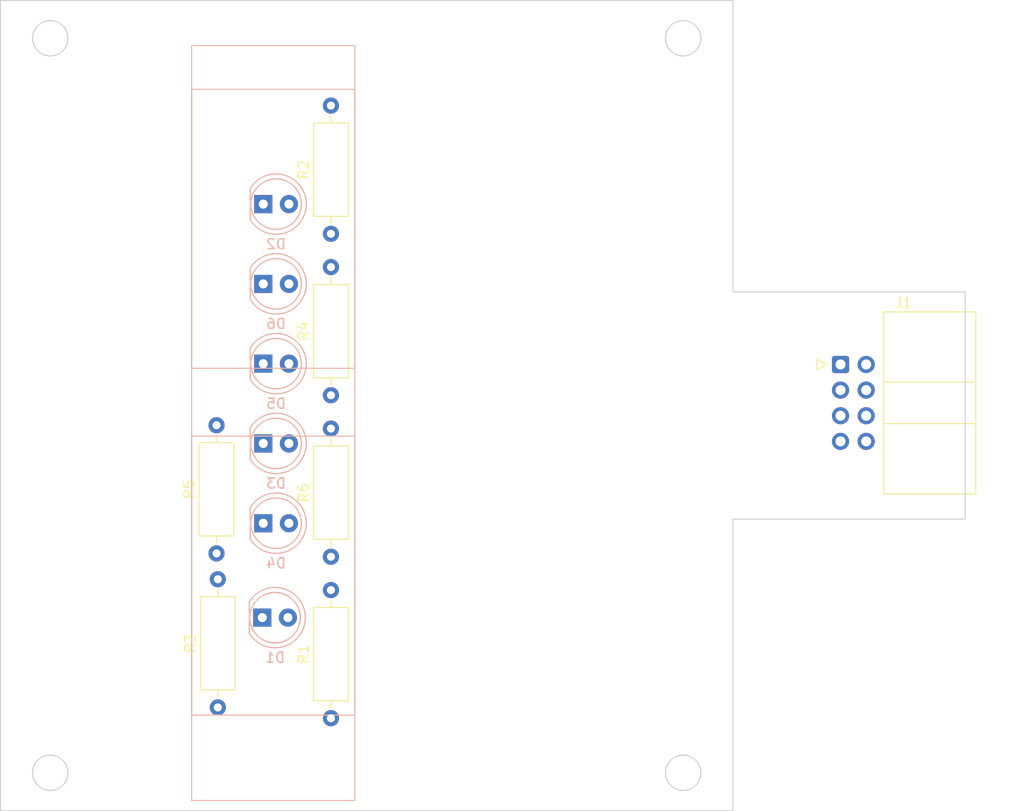
<source format=kicad_pcb>
(kicad_pcb (version 20171130) (host pcbnew "(5.1.7)-1")

  (general
    (thickness 1.6)
    (drawings 1000)
    (tracks 0)
    (zones 0)
    (modules 13)
    (nets 14)
  )

  (page A4)
  (layers
    (0 F.Cu signal)
    (31 B.Cu signal)
    (32 B.Adhes user)
    (33 F.Adhes user)
    (34 B.Paste user)
    (35 F.Paste user)
    (36 B.SilkS user)
    (37 F.SilkS user)
    (38 B.Mask user)
    (39 F.Mask user)
    (40 Dwgs.User user)
    (41 Cmts.User user)
    (42 Eco1.User user)
    (43 Eco2.User user)
    (44 Edge.Cuts user)
    (45 Margin user)
    (46 B.CrtYd user)
    (47 F.CrtYd user)
    (48 B.Fab user)
    (49 F.Fab user)
  )

  (setup
    (last_trace_width 0.25)
    (trace_clearance 0.2)
    (zone_clearance 0.508)
    (zone_45_only no)
    (trace_min 0.2)
    (via_size 0.8)
    (via_drill 0.4)
    (via_min_size 0.4)
    (via_min_drill 0.3)
    (uvia_size 0.3)
    (uvia_drill 0.1)
    (uvias_allowed no)
    (uvia_min_size 0.2)
    (uvia_min_drill 0.1)
    (edge_width 0.05)
    (segment_width 0.2)
    (pcb_text_width 0.3)
    (pcb_text_size 1.5 1.5)
    (mod_edge_width 0.12)
    (mod_text_size 1 1)
    (mod_text_width 0.15)
    (pad_size 1.524 1.524)
    (pad_drill 0.762)
    (pad_to_mask_clearance 0)
    (aux_axis_origin 0 0)
    (visible_elements FFFFFF7F)
    (pcbplotparams
      (layerselection 0x010fc_ffffffff)
      (usegerberextensions false)
      (usegerberattributes true)
      (usegerberadvancedattributes true)
      (creategerberjobfile true)
      (excludeedgelayer true)
      (linewidth 0.100000)
      (plotframeref false)
      (viasonmask false)
      (mode 1)
      (useauxorigin false)
      (hpglpennumber 1)
      (hpglpenspeed 20)
      (hpglpendiameter 15.000000)
      (psnegative false)
      (psa4output false)
      (plotreference true)
      (plotvalue true)
      (plotinvisibletext false)
      (padsonsilk false)
      (subtractmaskfromsilk false)
      (outputformat 1)
      (mirror false)
      (drillshape 1)
      (scaleselection 1)
      (outputdirectory ""))
  )

  (net 0 "")
  (net 1 LED1)
  (net 2 "Net-(D1-Pad1)")
  (net 3 LED2)
  (net 4 "Net-(D2-Pad1)")
  (net 5 LED3)
  (net 6 "Net-(D3-Pad1)")
  (net 7 LED4)
  (net 8 "Net-(D4-Pad1)")
  (net 9 LED5)
  (net 10 "Net-(D5-Pad1)")
  (net 11 LED6)
  (net 12 "Net-(D6-Pad1)")
  (net 13 GND)

  (net_class Default "This is the default net class."
    (clearance 0.2)
    (trace_width 0.25)
    (via_dia 0.8)
    (via_drill 0.4)
    (uvia_dia 0.3)
    (uvia_drill 0.1)
    (add_net GND)
    (add_net LED1)
    (add_net LED2)
    (add_net LED3)
    (add_net LED4)
    (add_net LED5)
    (add_net LED6)
    (add_net "Net-(D1-Pad1)")
    (add_net "Net-(D2-Pad1)")
    (add_net "Net-(D3-Pad1)")
    (add_net "Net-(D4-Pad1)")
    (add_net "Net-(D5-Pad1)")
    (add_net "Net-(D6-Pad1)")
    (add_net "Net-(J1-Pad8)")
  )

  (module Resistor_THT:R_Axial_DIN0309_L9.0mm_D3.2mm_P12.70mm_Horizontal (layer F.Cu) (tedit 5AE5139B) (tstamp 6269B766)
    (at 160.74 107.05 90)
    (descr "Resistor, Axial_DIN0309 series, Axial, Horizontal, pin pitch=12.7mm, 0.5W = 1/2W, length*diameter=9*3.2mm^2, http://cdn-reichelt.de/documents/datenblatt/B400/1_4W%23YAG.pdf")
    (tags "Resistor Axial_DIN0309 series Axial Horizontal pin pitch 12.7mm 0.5W = 1/2W length 9mm diameter 3.2mm")
    (path /626A2FF5)
    (fp_text reference R6 (at 6.35 -2.72 90) (layer F.SilkS)
      (effects (font (size 1 1) (thickness 0.15)))
    )
    (fp_text value 330 (at 6.35 2.72 90) (layer F.Fab)
      (effects (font (size 1 1) (thickness 0.15)))
    )
    (fp_text user %R (at 6.35 0 90) (layer F.Fab)
      (effects (font (size 1 1) (thickness 0.15)))
    )
    (fp_line (start 1.85 -1.6) (end 1.85 1.6) (layer F.Fab) (width 0.1))
    (fp_line (start 1.85 1.6) (end 10.85 1.6) (layer F.Fab) (width 0.1))
    (fp_line (start 10.85 1.6) (end 10.85 -1.6) (layer F.Fab) (width 0.1))
    (fp_line (start 10.85 -1.6) (end 1.85 -1.6) (layer F.Fab) (width 0.1))
    (fp_line (start 0 0) (end 1.85 0) (layer F.Fab) (width 0.1))
    (fp_line (start 12.7 0) (end 10.85 0) (layer F.Fab) (width 0.1))
    (fp_line (start 1.73 -1.72) (end 1.73 1.72) (layer F.SilkS) (width 0.12))
    (fp_line (start 1.73 1.72) (end 10.97 1.72) (layer F.SilkS) (width 0.12))
    (fp_line (start 10.97 1.72) (end 10.97 -1.72) (layer F.SilkS) (width 0.12))
    (fp_line (start 10.97 -1.72) (end 1.73 -1.72) (layer F.SilkS) (width 0.12))
    (fp_line (start 1.04 0) (end 1.73 0) (layer F.SilkS) (width 0.12))
    (fp_line (start 11.66 0) (end 10.97 0) (layer F.SilkS) (width 0.12))
    (fp_line (start -1.05 -1.85) (end -1.05 1.85) (layer F.CrtYd) (width 0.05))
    (fp_line (start -1.05 1.85) (end 13.75 1.85) (layer F.CrtYd) (width 0.05))
    (fp_line (start 13.75 1.85) (end 13.75 -1.85) (layer F.CrtYd) (width 0.05))
    (fp_line (start 13.75 -1.85) (end -1.05 -1.85) (layer F.CrtYd) (width 0.05))
    (pad 2 thru_hole oval (at 12.7 0 90) (size 1.6 1.6) (drill 0.8) (layers *.Cu *.Mask)
      (net 13 GND))
    (pad 1 thru_hole circle (at 0 0 90) (size 1.6 1.6) (drill 0.8) (layers *.Cu *.Mask)
      (net 12 "Net-(D6-Pad1)"))
    (model ${KISYS3DMOD}/Resistor_THT.3dshapes/R_Axial_DIN0309_L9.0mm_D3.2mm_P12.70mm_Horizontal.wrl
      (at (xyz 0 0 0))
      (scale (xyz 1 1 1))
      (rotate (xyz 0 0 0))
    )
  )

  (module Resistor_THT:R_Axial_DIN0309_L9.0mm_D3.2mm_P12.70mm_Horizontal (layer F.Cu) (tedit 5AE5139B) (tstamp 6269BD88)
    (at 149.41 106.72 90)
    (descr "Resistor, Axial_DIN0309 series, Axial, Horizontal, pin pitch=12.7mm, 0.5W = 1/2W, length*diameter=9*3.2mm^2, http://cdn-reichelt.de/documents/datenblatt/B400/1_4W%23YAG.pdf")
    (tags "Resistor Axial_DIN0309 series Axial Horizontal pin pitch 12.7mm 0.5W = 1/2W length 9mm diameter 3.2mm")
    (path /626A2FE5)
    (fp_text reference R5 (at 6.35 -2.72 90) (layer F.SilkS)
      (effects (font (size 1 1) (thickness 0.15)))
    )
    (fp_text value 330 (at 6.35 2.72 90) (layer F.Fab)
      (effects (font (size 1 1) (thickness 0.15)))
    )
    (fp_text user %R (at 6.35 0 90) (layer F.Fab)
      (effects (font (size 1 1) (thickness 0.15)))
    )
    (fp_line (start 1.85 -1.6) (end 1.85 1.6) (layer F.Fab) (width 0.1))
    (fp_line (start 1.85 1.6) (end 10.85 1.6) (layer F.Fab) (width 0.1))
    (fp_line (start 10.85 1.6) (end 10.85 -1.6) (layer F.Fab) (width 0.1))
    (fp_line (start 10.85 -1.6) (end 1.85 -1.6) (layer F.Fab) (width 0.1))
    (fp_line (start 0 0) (end 1.85 0) (layer F.Fab) (width 0.1))
    (fp_line (start 12.7 0) (end 10.85 0) (layer F.Fab) (width 0.1))
    (fp_line (start 1.73 -1.72) (end 1.73 1.72) (layer F.SilkS) (width 0.12))
    (fp_line (start 1.73 1.72) (end 10.97 1.72) (layer F.SilkS) (width 0.12))
    (fp_line (start 10.97 1.72) (end 10.97 -1.72) (layer F.SilkS) (width 0.12))
    (fp_line (start 10.97 -1.72) (end 1.73 -1.72) (layer F.SilkS) (width 0.12))
    (fp_line (start 1.04 0) (end 1.73 0) (layer F.SilkS) (width 0.12))
    (fp_line (start 11.66 0) (end 10.97 0) (layer F.SilkS) (width 0.12))
    (fp_line (start -1.05 -1.85) (end -1.05 1.85) (layer F.CrtYd) (width 0.05))
    (fp_line (start -1.05 1.85) (end 13.75 1.85) (layer F.CrtYd) (width 0.05))
    (fp_line (start 13.75 1.85) (end 13.75 -1.85) (layer F.CrtYd) (width 0.05))
    (fp_line (start 13.75 -1.85) (end -1.05 -1.85) (layer F.CrtYd) (width 0.05))
    (pad 2 thru_hole oval (at 12.7 0 90) (size 1.6 1.6) (drill 0.8) (layers *.Cu *.Mask)
      (net 13 GND))
    (pad 1 thru_hole circle (at 0 0 90) (size 1.6 1.6) (drill 0.8) (layers *.Cu *.Mask)
      (net 10 "Net-(D5-Pad1)"))
    (model ${KISYS3DMOD}/Resistor_THT.3dshapes/R_Axial_DIN0309_L9.0mm_D3.2mm_P12.70mm_Horizontal.wrl
      (at (xyz 0 0 0))
      (scale (xyz 1 1 1))
      (rotate (xyz 0 0 0))
    )
  )

  (module Resistor_THT:R_Axial_DIN0309_L9.0mm_D3.2mm_P12.70mm_Horizontal (layer F.Cu) (tedit 5AE5139B) (tstamp 6269B738)
    (at 160.74 91.05 90)
    (descr "Resistor, Axial_DIN0309 series, Axial, Horizontal, pin pitch=12.7mm, 0.5W = 1/2W, length*diameter=9*3.2mm^2, http://cdn-reichelt.de/documents/datenblatt/B400/1_4W%23YAG.pdf")
    (tags "Resistor Axial_DIN0309 series Axial Horizontal pin pitch 12.7mm 0.5W = 1/2W length 9mm diameter 3.2mm")
    (path /626A16C3)
    (fp_text reference R4 (at 6.35 -2.72 90) (layer F.SilkS)
      (effects (font (size 1 1) (thickness 0.15)))
    )
    (fp_text value 330 (at 6.35 2.72 90) (layer F.Fab)
      (effects (font (size 1 1) (thickness 0.15)))
    )
    (fp_text user %R (at 6.35 0 90) (layer F.Fab)
      (effects (font (size 1 1) (thickness 0.15)))
    )
    (fp_line (start 1.85 -1.6) (end 1.85 1.6) (layer F.Fab) (width 0.1))
    (fp_line (start 1.85 1.6) (end 10.85 1.6) (layer F.Fab) (width 0.1))
    (fp_line (start 10.85 1.6) (end 10.85 -1.6) (layer F.Fab) (width 0.1))
    (fp_line (start 10.85 -1.6) (end 1.85 -1.6) (layer F.Fab) (width 0.1))
    (fp_line (start 0 0) (end 1.85 0) (layer F.Fab) (width 0.1))
    (fp_line (start 12.7 0) (end 10.85 0) (layer F.Fab) (width 0.1))
    (fp_line (start 1.73 -1.72) (end 1.73 1.72) (layer F.SilkS) (width 0.12))
    (fp_line (start 1.73 1.72) (end 10.97 1.72) (layer F.SilkS) (width 0.12))
    (fp_line (start 10.97 1.72) (end 10.97 -1.72) (layer F.SilkS) (width 0.12))
    (fp_line (start 10.97 -1.72) (end 1.73 -1.72) (layer F.SilkS) (width 0.12))
    (fp_line (start 1.04 0) (end 1.73 0) (layer F.SilkS) (width 0.12))
    (fp_line (start 11.66 0) (end 10.97 0) (layer F.SilkS) (width 0.12))
    (fp_line (start -1.05 -1.85) (end -1.05 1.85) (layer F.CrtYd) (width 0.05))
    (fp_line (start -1.05 1.85) (end 13.75 1.85) (layer F.CrtYd) (width 0.05))
    (fp_line (start 13.75 1.85) (end 13.75 -1.85) (layer F.CrtYd) (width 0.05))
    (fp_line (start 13.75 -1.85) (end -1.05 -1.85) (layer F.CrtYd) (width 0.05))
    (pad 2 thru_hole oval (at 12.7 0 90) (size 1.6 1.6) (drill 0.8) (layers *.Cu *.Mask)
      (net 13 GND))
    (pad 1 thru_hole circle (at 0 0 90) (size 1.6 1.6) (drill 0.8) (layers *.Cu *.Mask)
      (net 8 "Net-(D4-Pad1)"))
    (model ${KISYS3DMOD}/Resistor_THT.3dshapes/R_Axial_DIN0309_L9.0mm_D3.2mm_P12.70mm_Horizontal.wrl
      (at (xyz 0 0 0))
      (scale (xyz 1 1 1))
      (rotate (xyz 0 0 0))
    )
  )

  (module Resistor_THT:R_Axial_DIN0309_L9.0mm_D3.2mm_P12.70mm_Horizontal (layer F.Cu) (tedit 5AE5139B) (tstamp 6269B721)
    (at 149.54 121.98 90)
    (descr "Resistor, Axial_DIN0309 series, Axial, Horizontal, pin pitch=12.7mm, 0.5W = 1/2W, length*diameter=9*3.2mm^2, http://cdn-reichelt.de/documents/datenblatt/B400/1_4W%23YAG.pdf")
    (tags "Resistor Axial_DIN0309 series Axial Horizontal pin pitch 12.7mm 0.5W = 1/2W length 9mm diameter 3.2mm")
    (path /626A16B3)
    (fp_text reference R3 (at 6.35 -2.72 90) (layer F.SilkS)
      (effects (font (size 1 1) (thickness 0.15)))
    )
    (fp_text value 330 (at 6.35 2.72 90) (layer F.Fab)
      (effects (font (size 1 1) (thickness 0.15)))
    )
    (fp_text user %R (at 6.35 0 90) (layer F.Fab)
      (effects (font (size 1 1) (thickness 0.15)))
    )
    (fp_line (start 1.85 -1.6) (end 1.85 1.6) (layer F.Fab) (width 0.1))
    (fp_line (start 1.85 1.6) (end 10.85 1.6) (layer F.Fab) (width 0.1))
    (fp_line (start 10.85 1.6) (end 10.85 -1.6) (layer F.Fab) (width 0.1))
    (fp_line (start 10.85 -1.6) (end 1.85 -1.6) (layer F.Fab) (width 0.1))
    (fp_line (start 0 0) (end 1.85 0) (layer F.Fab) (width 0.1))
    (fp_line (start 12.7 0) (end 10.85 0) (layer F.Fab) (width 0.1))
    (fp_line (start 1.73 -1.72) (end 1.73 1.72) (layer F.SilkS) (width 0.12))
    (fp_line (start 1.73 1.72) (end 10.97 1.72) (layer F.SilkS) (width 0.12))
    (fp_line (start 10.97 1.72) (end 10.97 -1.72) (layer F.SilkS) (width 0.12))
    (fp_line (start 10.97 -1.72) (end 1.73 -1.72) (layer F.SilkS) (width 0.12))
    (fp_line (start 1.04 0) (end 1.73 0) (layer F.SilkS) (width 0.12))
    (fp_line (start 11.66 0) (end 10.97 0) (layer F.SilkS) (width 0.12))
    (fp_line (start -1.05 -1.85) (end -1.05 1.85) (layer F.CrtYd) (width 0.05))
    (fp_line (start -1.05 1.85) (end 13.75 1.85) (layer F.CrtYd) (width 0.05))
    (fp_line (start 13.75 1.85) (end 13.75 -1.85) (layer F.CrtYd) (width 0.05))
    (fp_line (start 13.75 -1.85) (end -1.05 -1.85) (layer F.CrtYd) (width 0.05))
    (pad 2 thru_hole oval (at 12.7 0 90) (size 1.6 1.6) (drill 0.8) (layers *.Cu *.Mask)
      (net 13 GND))
    (pad 1 thru_hole circle (at 0 0 90) (size 1.6 1.6) (drill 0.8) (layers *.Cu *.Mask)
      (net 6 "Net-(D3-Pad1)"))
    (model ${KISYS3DMOD}/Resistor_THT.3dshapes/R_Axial_DIN0309_L9.0mm_D3.2mm_P12.70mm_Horizontal.wrl
      (at (xyz 0 0 0))
      (scale (xyz 1 1 1))
      (rotate (xyz 0 0 0))
    )
  )

  (module Resistor_THT:R_Axial_DIN0309_L9.0mm_D3.2mm_P12.70mm_Horizontal (layer F.Cu) (tedit 5AE5139B) (tstamp 6269B70A)
    (at 160.74 75.05 90)
    (descr "Resistor, Axial_DIN0309 series, Axial, Horizontal, pin pitch=12.7mm, 0.5W = 1/2W, length*diameter=9*3.2mm^2, http://cdn-reichelt.de/documents/datenblatt/B400/1_4W%23YAG.pdf")
    (tags "Resistor Axial_DIN0309 series Axial Horizontal pin pitch 12.7mm 0.5W = 1/2W length 9mm diameter 3.2mm")
    (path /626A023C)
    (fp_text reference R2 (at 6.35 -2.72 90) (layer F.SilkS)
      (effects (font (size 1 1) (thickness 0.15)))
    )
    (fp_text value 330 (at 6.35 2.72 90) (layer F.Fab)
      (effects (font (size 1 1) (thickness 0.15)))
    )
    (fp_text user %R (at 6.35 0 90) (layer F.Fab)
      (effects (font (size 1 1) (thickness 0.15)))
    )
    (fp_line (start 1.85 -1.6) (end 1.85 1.6) (layer F.Fab) (width 0.1))
    (fp_line (start 1.85 1.6) (end 10.85 1.6) (layer F.Fab) (width 0.1))
    (fp_line (start 10.85 1.6) (end 10.85 -1.6) (layer F.Fab) (width 0.1))
    (fp_line (start 10.85 -1.6) (end 1.85 -1.6) (layer F.Fab) (width 0.1))
    (fp_line (start 0 0) (end 1.85 0) (layer F.Fab) (width 0.1))
    (fp_line (start 12.7 0) (end 10.85 0) (layer F.Fab) (width 0.1))
    (fp_line (start 1.73 -1.72) (end 1.73 1.72) (layer F.SilkS) (width 0.12))
    (fp_line (start 1.73 1.72) (end 10.97 1.72) (layer F.SilkS) (width 0.12))
    (fp_line (start 10.97 1.72) (end 10.97 -1.72) (layer F.SilkS) (width 0.12))
    (fp_line (start 10.97 -1.72) (end 1.73 -1.72) (layer F.SilkS) (width 0.12))
    (fp_line (start 1.04 0) (end 1.73 0) (layer F.SilkS) (width 0.12))
    (fp_line (start 11.66 0) (end 10.97 0) (layer F.SilkS) (width 0.12))
    (fp_line (start -1.05 -1.85) (end -1.05 1.85) (layer F.CrtYd) (width 0.05))
    (fp_line (start -1.05 1.85) (end 13.75 1.85) (layer F.CrtYd) (width 0.05))
    (fp_line (start 13.75 1.85) (end 13.75 -1.85) (layer F.CrtYd) (width 0.05))
    (fp_line (start 13.75 -1.85) (end -1.05 -1.85) (layer F.CrtYd) (width 0.05))
    (pad 2 thru_hole oval (at 12.7 0 90) (size 1.6 1.6) (drill 0.8) (layers *.Cu *.Mask)
      (net 13 GND))
    (pad 1 thru_hole circle (at 0 0 90) (size 1.6 1.6) (drill 0.8) (layers *.Cu *.Mask)
      (net 4 "Net-(D2-Pad1)"))
    (model ${KISYS3DMOD}/Resistor_THT.3dshapes/R_Axial_DIN0309_L9.0mm_D3.2mm_P12.70mm_Horizontal.wrl
      (at (xyz 0 0 0))
      (scale (xyz 1 1 1))
      (rotate (xyz 0 0 0))
    )
  )

  (module Resistor_THT:R_Axial_DIN0309_L9.0mm_D3.2mm_P12.70mm_Horizontal (layer F.Cu) (tedit 5AE5139B) (tstamp 6269B6F3)
    (at 160.74 123.05 90)
    (descr "Resistor, Axial_DIN0309 series, Axial, Horizontal, pin pitch=12.7mm, 0.5W = 1/2W, length*diameter=9*3.2mm^2, http://cdn-reichelt.de/documents/datenblatt/B400/1_4W%23YAG.pdf")
    (tags "Resistor Axial_DIN0309 series Axial Horizontal pin pitch 12.7mm 0.5W = 1/2W length 9mm diameter 3.2mm")
    (path /6269D281)
    (fp_text reference R1 (at 6.35 -2.72 90) (layer F.SilkS)
      (effects (font (size 1 1) (thickness 0.15)))
    )
    (fp_text value 330 (at 6.35 2.72 90) (layer F.Fab)
      (effects (font (size 1 1) (thickness 0.15)))
    )
    (fp_text user %R (at 6.35 0 90) (layer F.Fab)
      (effects (font (size 1 1) (thickness 0.15)))
    )
    (fp_line (start 1.85 -1.6) (end 1.85 1.6) (layer F.Fab) (width 0.1))
    (fp_line (start 1.85 1.6) (end 10.85 1.6) (layer F.Fab) (width 0.1))
    (fp_line (start 10.85 1.6) (end 10.85 -1.6) (layer F.Fab) (width 0.1))
    (fp_line (start 10.85 -1.6) (end 1.85 -1.6) (layer F.Fab) (width 0.1))
    (fp_line (start 0 0) (end 1.85 0) (layer F.Fab) (width 0.1))
    (fp_line (start 12.7 0) (end 10.85 0) (layer F.Fab) (width 0.1))
    (fp_line (start 1.73 -1.72) (end 1.73 1.72) (layer F.SilkS) (width 0.12))
    (fp_line (start 1.73 1.72) (end 10.97 1.72) (layer F.SilkS) (width 0.12))
    (fp_line (start 10.97 1.72) (end 10.97 -1.72) (layer F.SilkS) (width 0.12))
    (fp_line (start 10.97 -1.72) (end 1.73 -1.72) (layer F.SilkS) (width 0.12))
    (fp_line (start 1.04 0) (end 1.73 0) (layer F.SilkS) (width 0.12))
    (fp_line (start 11.66 0) (end 10.97 0) (layer F.SilkS) (width 0.12))
    (fp_line (start -1.05 -1.85) (end -1.05 1.85) (layer F.CrtYd) (width 0.05))
    (fp_line (start -1.05 1.85) (end 13.75 1.85) (layer F.CrtYd) (width 0.05))
    (fp_line (start 13.75 1.85) (end 13.75 -1.85) (layer F.CrtYd) (width 0.05))
    (fp_line (start 13.75 -1.85) (end -1.05 -1.85) (layer F.CrtYd) (width 0.05))
    (pad 2 thru_hole oval (at 12.7 0 90) (size 1.6 1.6) (drill 0.8) (layers *.Cu *.Mask)
      (net 13 GND))
    (pad 1 thru_hole circle (at 0 0 90) (size 1.6 1.6) (drill 0.8) (layers *.Cu *.Mask)
      (net 2 "Net-(D1-Pad1)"))
    (model ${KISYS3DMOD}/Resistor_THT.3dshapes/R_Axial_DIN0309_L9.0mm_D3.2mm_P12.70mm_Horizontal.wrl
      (at (xyz 0 0 0))
      (scale (xyz 1 1 1))
      (rotate (xyz 0 0 0))
    )
  )

  (module Connector_IDC:IDC-Header_2x04_P2.54mm_Horizontal (layer F.Cu) (tedit 5EAC9A08) (tstamp 6269BA18)
    (at 211.2 88)
    (descr "Through hole IDC box header, 2x04, 2.54mm pitch, DIN 41651 / IEC 60603-13, double rows, https://docs.google.com/spreadsheets/d/16SsEcesNF15N3Lb4niX7dcUr-NY5_MFPQhobNuNppn4/edit#gid=0")
    (tags "Through hole horizontal IDC box header THT 2x04 2.54mm double row")
    (path /626A3F6B)
    (fp_text reference J1 (at 6.215 -6.1) (layer F.SilkS)
      (effects (font (size 1 1) (thickness 0.15)))
    )
    (fp_text value Conn_02x04_Counter_Clockwise (at 6.215 13.72) (layer F.Fab)
      (effects (font (size 1 1) (thickness 0.15)))
    )
    (fp_text user %R (at 8.83 3.81 90) (layer F.Fab)
      (effects (font (size 1 1) (thickness 0.15)))
    )
    (fp_line (start 4.38 -4.1) (end 5.38 -5.1) (layer F.Fab) (width 0.1))
    (fp_line (start 4.38 1.76) (end 13.28 1.76) (layer F.Fab) (width 0.1))
    (fp_line (start 4.38 5.86) (end 13.28 5.86) (layer F.Fab) (width 0.1))
    (fp_line (start 4.27 1.76) (end 13.39 1.76) (layer F.SilkS) (width 0.12))
    (fp_line (start 4.27 5.86) (end 13.39 5.86) (layer F.SilkS) (width 0.12))
    (fp_line (start 4.38 -0.32) (end -0.32 -0.32) (layer F.Fab) (width 0.1))
    (fp_line (start -0.32 -0.32) (end -0.32 0.32) (layer F.Fab) (width 0.1))
    (fp_line (start -0.32 0.32) (end 4.38 0.32) (layer F.Fab) (width 0.1))
    (fp_line (start 4.38 2.22) (end -0.32 2.22) (layer F.Fab) (width 0.1))
    (fp_line (start -0.32 2.22) (end -0.32 2.86) (layer F.Fab) (width 0.1))
    (fp_line (start -0.32 2.86) (end 4.38 2.86) (layer F.Fab) (width 0.1))
    (fp_line (start 4.38 4.76) (end -0.32 4.76) (layer F.Fab) (width 0.1))
    (fp_line (start -0.32 4.76) (end -0.32 5.4) (layer F.Fab) (width 0.1))
    (fp_line (start -0.32 5.4) (end 4.38 5.4) (layer F.Fab) (width 0.1))
    (fp_line (start 4.38 7.3) (end -0.32 7.3) (layer F.Fab) (width 0.1))
    (fp_line (start -0.32 7.3) (end -0.32 7.94) (layer F.Fab) (width 0.1))
    (fp_line (start -0.32 7.94) (end 4.38 7.94) (layer F.Fab) (width 0.1))
    (fp_line (start 5.38 -5.1) (end 13.28 -5.1) (layer F.Fab) (width 0.1))
    (fp_line (start 13.28 -5.1) (end 13.28 12.72) (layer F.Fab) (width 0.1))
    (fp_line (start 13.28 12.72) (end 4.38 12.72) (layer F.Fab) (width 0.1))
    (fp_line (start 4.38 12.72) (end 4.38 -4.1) (layer F.Fab) (width 0.1))
    (fp_line (start 4.27 -5.21) (end 13.39 -5.21) (layer F.SilkS) (width 0.12))
    (fp_line (start 13.39 -5.21) (end 13.39 12.83) (layer F.SilkS) (width 0.12))
    (fp_line (start 13.39 12.83) (end 4.27 12.83) (layer F.SilkS) (width 0.12))
    (fp_line (start 4.27 12.83) (end 4.27 -5.21) (layer F.SilkS) (width 0.12))
    (fp_line (start -1.35 0) (end -2.35 -0.5) (layer F.SilkS) (width 0.12))
    (fp_line (start -2.35 -0.5) (end -2.35 0.5) (layer F.SilkS) (width 0.12))
    (fp_line (start -2.35 0.5) (end -1.35 0) (layer F.SilkS) (width 0.12))
    (fp_line (start -1.35 -5.6) (end -1.35 13.22) (layer F.CrtYd) (width 0.05))
    (fp_line (start -1.35 13.22) (end 13.78 13.22) (layer F.CrtYd) (width 0.05))
    (fp_line (start 13.78 13.22) (end 13.78 -5.6) (layer F.CrtYd) (width 0.05))
    (fp_line (start 13.78 -5.6) (end -1.35 -5.6) (layer F.CrtYd) (width 0.05))
    (pad 8 thru_hole circle (at 2.54 7.62) (size 1.7 1.7) (drill 1) (layers *.Cu *.Mask))
    (pad 6 thru_hole circle (at 2.54 5.08) (size 1.7 1.7) (drill 1) (layers *.Cu *.Mask)
      (net 11 LED6))
    (pad 4 thru_hole circle (at 2.54 2.54) (size 1.7 1.7) (drill 1) (layers *.Cu *.Mask)
      (net 7 LED4))
    (pad 2 thru_hole circle (at 2.54 0) (size 1.7 1.7) (drill 1) (layers *.Cu *.Mask)
      (net 3 LED2))
    (pad 7 thru_hole circle (at 0 7.62) (size 1.7 1.7) (drill 1) (layers *.Cu *.Mask)
      (net 13 GND))
    (pad 5 thru_hole circle (at 0 5.08) (size 1.7 1.7) (drill 1) (layers *.Cu *.Mask)
      (net 9 LED5))
    (pad 3 thru_hole circle (at 0 2.54) (size 1.7 1.7) (drill 1) (layers *.Cu *.Mask)
      (net 5 LED3))
    (pad 1 thru_hole roundrect (at 0 0) (size 1.7 1.7) (drill 1) (layers *.Cu *.Mask) (roundrect_rratio 0.147059)
      (net 1 LED1))
    (model ${KISYS3DMOD}/Connector_IDC.3dshapes/IDC-Header_2x04_P2.54mm_Horizontal.wrl
      (at (xyz 0 0 0))
      (scale (xyz 1 1 1))
      (rotate (xyz 0 0 0))
    )
  )

  (module LED_THT:LED_D5.0mm_IRGrey (layer B.Cu) (tedit 5A6C9BB8) (tstamp 6269B6AF)
    (at 154.04 80.014999)
    (descr "LED, diameter 5.0mm, 2 pins, http://cdn-reichelt.de/documents/datenblatt/A500/LL-504BC2E-009.pdf")
    (tags "LED diameter 5.0mm 2 pins")
    (path /626A2FFB)
    (fp_text reference D6 (at 1.27 3.96) (layer B.SilkS)
      (effects (font (size 1 1) (thickness 0.15)) (justify mirror))
    )
    (fp_text value LED (at 1.27 -3.96) (layer B.Fab)
      (effects (font (size 1 1) (thickness 0.15)) (justify mirror))
    )
    (fp_arc (start 1.27 0) (end -1.29 -1.54483) (angle 148.9) (layer B.SilkS) (width 0.12))
    (fp_arc (start 1.27 0) (end -1.29 1.54483) (angle -148.9) (layer B.SilkS) (width 0.12))
    (fp_arc (start 1.27 0) (end -1.23 1.469694) (angle -299.1) (layer B.Fab) (width 0.1))
    (fp_text user %R (at 1.25 0) (layer B.Fab)
      (effects (font (size 0.8 0.8) (thickness 0.2)) (justify mirror))
    )
    (fp_line (start -1.23 1.469694) (end -1.23 -1.469694) (layer B.Fab) (width 0.1))
    (fp_line (start -1.29 1.545) (end -1.29 -1.545) (layer B.SilkS) (width 0.12))
    (fp_line (start -1.95 3.25) (end -1.95 -3.25) (layer B.CrtYd) (width 0.05))
    (fp_line (start -1.95 -3.25) (end 4.5 -3.25) (layer B.CrtYd) (width 0.05))
    (fp_line (start 4.5 -3.25) (end 4.5 3.25) (layer B.CrtYd) (width 0.05))
    (fp_line (start 4.5 3.25) (end -1.95 3.25) (layer B.CrtYd) (width 0.05))
    (fp_circle (center 1.27 0) (end 3.77 0) (layer B.Fab) (width 0.1))
    (fp_circle (center 1.27 0) (end 3.77 0) (layer B.SilkS) (width 0.12))
    (pad 2 thru_hole circle (at 2.54 0) (size 1.8 1.8) (drill 0.9) (layers *.Cu *.Mask)
      (net 11 LED6))
    (pad 1 thru_hole rect (at 0 0) (size 1.8 1.8) (drill 0.9) (layers *.Cu *.Mask)
      (net 12 "Net-(D6-Pad1)"))
    (model ${KISYS3DMOD}/LED_THT.3dshapes/LED_D5.0mm_IRGrey.wrl
      (at (xyz 0 0 0))
      (scale (xyz 1 1 1))
      (rotate (xyz 0 0 0))
    )
  )

  (module LED_THT:LED_D5.0mm_IRGrey (layer B.Cu) (tedit 5A6C9BB8) (tstamp 6269B69D)
    (at 154.04 87.919998)
    (descr "LED, diameter 5.0mm, 2 pins, http://cdn-reichelt.de/documents/datenblatt/A500/LL-504BC2E-009.pdf")
    (tags "LED diameter 5.0mm 2 pins")
    (path /626A2FEB)
    (fp_text reference D5 (at 1.27 3.96) (layer B.SilkS)
      (effects (font (size 1 1) (thickness 0.15)) (justify mirror))
    )
    (fp_text value LED (at 1.27 -3.96) (layer B.Fab)
      (effects (font (size 1 1) (thickness 0.15)) (justify mirror))
    )
    (fp_arc (start 1.27 0) (end -1.29 -1.54483) (angle 148.9) (layer B.SilkS) (width 0.12))
    (fp_arc (start 1.27 0) (end -1.29 1.54483) (angle -148.9) (layer B.SilkS) (width 0.12))
    (fp_arc (start 1.27 0) (end -1.23 1.469694) (angle -299.1) (layer B.Fab) (width 0.1))
    (fp_text user %R (at 1.25 0) (layer B.Fab)
      (effects (font (size 0.8 0.8) (thickness 0.2)) (justify mirror))
    )
    (fp_line (start -1.23 1.469694) (end -1.23 -1.469694) (layer B.Fab) (width 0.1))
    (fp_line (start -1.29 1.545) (end -1.29 -1.545) (layer B.SilkS) (width 0.12))
    (fp_line (start -1.95 3.25) (end -1.95 -3.25) (layer B.CrtYd) (width 0.05))
    (fp_line (start -1.95 -3.25) (end 4.5 -3.25) (layer B.CrtYd) (width 0.05))
    (fp_line (start 4.5 -3.25) (end 4.5 3.25) (layer B.CrtYd) (width 0.05))
    (fp_line (start 4.5 3.25) (end -1.95 3.25) (layer B.CrtYd) (width 0.05))
    (fp_circle (center 1.27 0) (end 3.77 0) (layer B.Fab) (width 0.1))
    (fp_circle (center 1.27 0) (end 3.77 0) (layer B.SilkS) (width 0.12))
    (pad 2 thru_hole circle (at 2.54 0) (size 1.8 1.8) (drill 0.9) (layers *.Cu *.Mask)
      (net 9 LED5))
    (pad 1 thru_hole rect (at 0 0) (size 1.8 1.8) (drill 0.9) (layers *.Cu *.Mask)
      (net 10 "Net-(D5-Pad1)"))
    (model ${KISYS3DMOD}/LED_THT.3dshapes/LED_D5.0mm_IRGrey.wrl
      (at (xyz 0 0 0))
      (scale (xyz 1 1 1))
      (rotate (xyz 0 0 0))
    )
  )

  (module LED_THT:LED_D5.0mm_IRGrey (layer B.Cu) (tedit 5A6C9BB8) (tstamp 6269B68B)
    (at 154.04 103.729999)
    (descr "LED, diameter 5.0mm, 2 pins, http://cdn-reichelt.de/documents/datenblatt/A500/LL-504BC2E-009.pdf")
    (tags "LED diameter 5.0mm 2 pins")
    (path /626A16C9)
    (fp_text reference D4 (at 1.27 3.96) (layer B.SilkS)
      (effects (font (size 1 1) (thickness 0.15)) (justify mirror))
    )
    (fp_text value LED (at 1.27 -3.96) (layer B.Fab)
      (effects (font (size 1 1) (thickness 0.15)) (justify mirror))
    )
    (fp_arc (start 1.27 0) (end -1.29 -1.54483) (angle 148.9) (layer B.SilkS) (width 0.12))
    (fp_arc (start 1.27 0) (end -1.29 1.54483) (angle -148.9) (layer B.SilkS) (width 0.12))
    (fp_arc (start 1.27 0) (end -1.23 1.469694) (angle -299.1) (layer B.Fab) (width 0.1))
    (fp_text user %R (at 1.25 0) (layer B.Fab)
      (effects (font (size 0.8 0.8) (thickness 0.2)) (justify mirror))
    )
    (fp_line (start -1.23 1.469694) (end -1.23 -1.469694) (layer B.Fab) (width 0.1))
    (fp_line (start -1.29 1.545) (end -1.29 -1.545) (layer B.SilkS) (width 0.12))
    (fp_line (start -1.95 3.25) (end -1.95 -3.25) (layer B.CrtYd) (width 0.05))
    (fp_line (start -1.95 -3.25) (end 4.5 -3.25) (layer B.CrtYd) (width 0.05))
    (fp_line (start 4.5 -3.25) (end 4.5 3.25) (layer B.CrtYd) (width 0.05))
    (fp_line (start 4.5 3.25) (end -1.95 3.25) (layer B.CrtYd) (width 0.05))
    (fp_circle (center 1.27 0) (end 3.77 0) (layer B.Fab) (width 0.1))
    (fp_circle (center 1.27 0) (end 3.77 0) (layer B.SilkS) (width 0.12))
    (pad 2 thru_hole circle (at 2.54 0) (size 1.8 1.8) (drill 0.9) (layers *.Cu *.Mask)
      (net 7 LED4))
    (pad 1 thru_hole rect (at 0 0) (size 1.8 1.8) (drill 0.9) (layers *.Cu *.Mask)
      (net 8 "Net-(D4-Pad1)"))
    (model ${KISYS3DMOD}/LED_THT.3dshapes/LED_D5.0mm_IRGrey.wrl
      (at (xyz 0 0 0))
      (scale (xyz 1 1 1))
      (rotate (xyz 0 0 0))
    )
  )

  (module LED_THT:LED_D5.0mm_IRGrey (layer B.Cu) (tedit 5A6C9BB8) (tstamp 6269B679)
    (at 154.04 95.824997)
    (descr "LED, diameter 5.0mm, 2 pins, http://cdn-reichelt.de/documents/datenblatt/A500/LL-504BC2E-009.pdf")
    (tags "LED diameter 5.0mm 2 pins")
    (path /626A16B9)
    (fp_text reference D3 (at 1.27 3.96) (layer B.SilkS)
      (effects (font (size 1 1) (thickness 0.15)) (justify mirror))
    )
    (fp_text value LED (at 1.27 -3.96) (layer B.Fab)
      (effects (font (size 1 1) (thickness 0.15)) (justify mirror))
    )
    (fp_arc (start 1.27 0) (end -1.29 -1.54483) (angle 148.9) (layer B.SilkS) (width 0.12))
    (fp_arc (start 1.27 0) (end -1.29 1.54483) (angle -148.9) (layer B.SilkS) (width 0.12))
    (fp_arc (start 1.27 0) (end -1.23 1.469694) (angle -299.1) (layer B.Fab) (width 0.1))
    (fp_text user %R (at 1.25 0) (layer B.Fab)
      (effects (font (size 0.8 0.8) (thickness 0.2)) (justify mirror))
    )
    (fp_line (start -1.23 1.469694) (end -1.23 -1.469694) (layer B.Fab) (width 0.1))
    (fp_line (start -1.29 1.545) (end -1.29 -1.545) (layer B.SilkS) (width 0.12))
    (fp_line (start -1.95 3.25) (end -1.95 -3.25) (layer B.CrtYd) (width 0.05))
    (fp_line (start -1.95 -3.25) (end 4.5 -3.25) (layer B.CrtYd) (width 0.05))
    (fp_line (start 4.5 -3.25) (end 4.5 3.25) (layer B.CrtYd) (width 0.05))
    (fp_line (start 4.5 3.25) (end -1.95 3.25) (layer B.CrtYd) (width 0.05))
    (fp_circle (center 1.27 0) (end 3.77 0) (layer B.Fab) (width 0.1))
    (fp_circle (center 1.27 0) (end 3.77 0) (layer B.SilkS) (width 0.12))
    (pad 2 thru_hole circle (at 2.54 0) (size 1.8 1.8) (drill 0.9) (layers *.Cu *.Mask)
      (net 5 LED3))
    (pad 1 thru_hole rect (at 0 0) (size 1.8 1.8) (drill 0.9) (layers *.Cu *.Mask)
      (net 6 "Net-(D3-Pad1)"))
    (model ${KISYS3DMOD}/LED_THT.3dshapes/LED_D5.0mm_IRGrey.wrl
      (at (xyz 0 0 0))
      (scale (xyz 1 1 1))
      (rotate (xyz 0 0 0))
    )
  )

  (module LED_THT:LED_D5.0mm_IRGrey (layer B.Cu) (tedit 5A6C9BB8) (tstamp 6269B667)
    (at 154.04 72.11)
    (descr "LED, diameter 5.0mm, 2 pins, http://cdn-reichelt.de/documents/datenblatt/A500/LL-504BC2E-009.pdf")
    (tags "LED diameter 5.0mm 2 pins")
    (path /626A0242)
    (fp_text reference D2 (at 1.27 3.96) (layer B.SilkS)
      (effects (font (size 1 1) (thickness 0.15)) (justify mirror))
    )
    (fp_text value LED (at 1.27 -3.96) (layer B.Fab)
      (effects (font (size 1 1) (thickness 0.15)) (justify mirror))
    )
    (fp_arc (start 1.27 0) (end -1.29 -1.54483) (angle 148.9) (layer B.SilkS) (width 0.12))
    (fp_arc (start 1.27 0) (end -1.29 1.54483) (angle -148.9) (layer B.SilkS) (width 0.12))
    (fp_arc (start 1.27 0) (end -1.23 1.469694) (angle -299.1) (layer B.Fab) (width 0.1))
    (fp_text user %R (at 46.109047 4.859) (layer B.Fab)
      (effects (font (size 0.8 0.8) (thickness 0.2)) (justify mirror))
    )
    (fp_line (start -1.23 1.469694) (end -1.23 -1.469694) (layer B.Fab) (width 0.1))
    (fp_line (start -1.29 1.545) (end -1.29 -1.545) (layer B.SilkS) (width 0.12))
    (fp_line (start -1.95 3.25) (end -1.95 -3.25) (layer B.CrtYd) (width 0.05))
    (fp_line (start -1.95 -3.25) (end 4.5 -3.25) (layer B.CrtYd) (width 0.05))
    (fp_line (start 4.5 -3.25) (end 4.5 3.25) (layer B.CrtYd) (width 0.05))
    (fp_line (start 4.5 3.25) (end -1.95 3.25) (layer B.CrtYd) (width 0.05))
    (fp_circle (center 1.27 0) (end 3.77 0) (layer B.Fab) (width 0.1))
    (fp_circle (center 1.27 0) (end 3.77 0) (layer B.SilkS) (width 0.12))
    (pad 2 thru_hole circle (at 2.54 0) (size 1.8 1.8) (drill 0.9) (layers *.Cu *.Mask)
      (net 3 LED2))
    (pad 1 thru_hole rect (at 0 0) (size 1.8 1.8) (drill 0.9) (layers *.Cu *.Mask)
      (net 4 "Net-(D2-Pad1)"))
    (model ${KISYS3DMOD}/LED_THT.3dshapes/LED_D5.0mm_IRGrey.wrl
      (at (xyz 0 0 0))
      (scale (xyz 1 1 1))
      (rotate (xyz 0 0 0))
    )
  )

  (module LED_THT:LED_D5.0mm_IRGrey (layer B.Cu) (tedit 5A6C9BB8) (tstamp 6269BE3C)
    (at 153.94 113.08)
    (descr "LED, diameter 5.0mm, 2 pins, http://cdn-reichelt.de/documents/datenblatt/A500/LL-504BC2E-009.pdf")
    (tags "LED diameter 5.0mm 2 pins")
    (path /6269DE38)
    (fp_text reference D1 (at 1.27 3.96) (layer B.SilkS)
      (effects (font (size 1 1) (thickness 0.15)) (justify mirror))
    )
    (fp_text value LED (at 1.27 -3.96) (layer B.Fab)
      (effects (font (size 1 1) (thickness 0.15)) (justify mirror))
    )
    (fp_arc (start 1.27 0) (end -1.29 -1.54483) (angle 148.9) (layer B.SilkS) (width 0.12))
    (fp_arc (start 1.27 0) (end -1.29 1.54483) (angle -148.9) (layer B.SilkS) (width 0.12))
    (fp_arc (start 1.27 0) (end -1.23 1.469694) (angle -299.1) (layer B.Fab) (width 0.1))
    (fp_text user %R (at 1.25 0) (layer B.Fab)
      (effects (font (size 0.8 0.8) (thickness 0.2)) (justify mirror))
    )
    (fp_line (start -1.23 1.469694) (end -1.23 -1.469694) (layer B.Fab) (width 0.1))
    (fp_line (start -1.29 1.545) (end -1.29 -1.545) (layer B.SilkS) (width 0.12))
    (fp_line (start -1.95 3.25) (end -1.95 -3.25) (layer B.CrtYd) (width 0.05))
    (fp_line (start -1.95 -3.25) (end 4.5 -3.25) (layer B.CrtYd) (width 0.05))
    (fp_line (start 4.5 -3.25) (end 4.5 3.25) (layer B.CrtYd) (width 0.05))
    (fp_line (start 4.5 3.25) (end -1.95 3.25) (layer B.CrtYd) (width 0.05))
    (fp_circle (center 1.27 0) (end 3.77 0) (layer B.Fab) (width 0.1))
    (fp_circle (center 1.27 0) (end 3.77 0) (layer B.SilkS) (width 0.12))
    (pad 2 thru_hole circle (at 2.54 0) (size 1.8 1.8) (drill 0.9) (layers *.Cu *.Mask)
      (net 1 LED1))
    (pad 1 thru_hole rect (at 0 0) (size 1.8 1.8) (drill 0.9) (layers *.Cu *.Mask)
      (net 2 "Net-(D1-Pad1)"))
    (model ${KISYS3DMOD}/LED_THT.3dshapes/LED_D5.0mm_IRGrey.wrl
      (at (xyz 0 0 0))
      (scale (xyz 1 1 1))
      (rotate (xyz 0 0 0))
    )
  )

  (gr_line (start 146.95 95.1) (end 146.95 122.737246) (layer B.SilkS) (width 0.1))
  (gr_line (start 163.104656 95.1) (end 146.95 95.1) (layer B.SilkS) (width 0.1))
  (gr_line (start 163.104656 122.737246) (end 163.104656 95.1) (layer B.SilkS) (width 0.1))
  (gr_line (start 146.95 122.737246) (end 163.104656 122.737246) (layer B.SilkS) (width 0.1))
  (gr_line (start 146.95 60.735248) (end 146.95 88.372493) (layer B.SilkS) (width 0.1))
  (gr_line (start 163.104656 60.735248) (end 146.95 60.735248) (layer B.SilkS) (width 0.1))
  (gr_line (start 163.104656 88.372493) (end 163.104656 60.735248) (layer B.SilkS) (width 0.1))
  (gr_line (start 146.95 88.372493) (end 163.104656 88.372493) (layer B.SilkS) (width 0.1))
  (gr_line (start 146.95 56.411279) (end 146.95 131.2) (layer B.SilkS) (width 0.1))
  (gr_line (start 163.104656 56.411279) (end 146.95 56.411279) (layer B.SilkS) (width 0.1))
  (gr_line (start 163.104656 131.2) (end 163.104656 56.411279) (layer B.SilkS) (width 0.1))
  (gr_line (start 146.95 131.2) (end 163.104656 131.2) (layer B.SilkS) (width 0.1))
  (gr_line (start 157.699384 113.15549) (end 157.699999 113.1) (layer B.SilkS) (width 0.1))
  (gr_line (start 157.697514 113.211451) (end 157.699384 113.15549) (layer B.SilkS) (width 0.1))
  (gr_line (start 157.694359 113.267846) (end 157.697514 113.211451) (layer B.SilkS) (width 0.1))
  (gr_line (start 157.689887 113.324637) (end 157.694359 113.267846) (layer B.SilkS) (width 0.1))
  (gr_line (start 157.684069 113.381782) (end 157.689887 113.324637) (layer B.SilkS) (width 0.1))
  (gr_line (start 157.676876 113.439239) (end 157.684069 113.381782) (layer B.SilkS) (width 0.1))
  (gr_line (start 157.668282 113.496963) (end 157.676876 113.439239) (layer B.SilkS) (width 0.1))
  (gr_line (start 157.658263 113.554908) (end 157.668282 113.496963) (layer B.SilkS) (width 0.1))
  (gr_line (start 157.646795 113.613025) (end 157.658263 113.554908) (layer B.SilkS) (width 0.1))
  (gr_line (start 157.633856 113.671263) (end 157.646795 113.613025) (layer B.SilkS) (width 0.1))
  (gr_line (start 157.619429 113.729572) (end 157.633856 113.671263) (layer B.SilkS) (width 0.1))
  (gr_line (start 157.603497 113.787896) (end 157.619429 113.729572) (layer B.SilkS) (width 0.1))
  (gr_line (start 157.586045 113.846182) (end 157.603497 113.787896) (layer B.SilkS) (width 0.1))
  (gr_line (start 157.567062 113.904372) (end 157.586045 113.846182) (layer B.SilkS) (width 0.1))
  (gr_line (start 157.546539 113.96241) (end 157.567062 113.904372) (layer B.SilkS) (width 0.1))
  (gr_line (start 157.52447 114.020237) (end 157.546539 113.96241) (layer B.SilkS) (width 0.1))
  (gr_line (start 157.500852 114.077794) (end 157.52447 114.020237) (layer B.SilkS) (width 0.1))
  (gr_line (start 157.475683 114.13502) (end 157.500852 114.077794) (layer B.SilkS) (width 0.1))
  (gr_line (start 157.448967 114.191854) (end 157.475683 114.13502) (layer B.SilkS) (width 0.1))
  (gr_line (start 157.42071 114.248237) (end 157.448967 114.191854) (layer B.SilkS) (width 0.1))
  (gr_line (start 157.390919 114.304106) (end 157.42071 114.248237) (layer B.SilkS) (width 0.1))
  (gr_line (start 157.359608 114.359401) (end 157.390919 114.304106) (layer B.SilkS) (width 0.1))
  (gr_line (start 157.326792 114.414061) (end 157.359608 114.359401) (layer B.SilkS) (width 0.1))
  (gr_line (start 157.292488 114.468025) (end 157.326792 114.414061) (layer B.SilkS) (width 0.1))
  (gr_line (start 157.256719 114.521234) (end 157.292488 114.468025) (layer B.SilkS) (width 0.1))
  (gr_line (start 157.21951 114.573628) (end 157.256719 114.521234) (layer B.SilkS) (width 0.1))
  (gr_line (start 157.180887 114.625151) (end 157.21951 114.573628) (layer B.SilkS) (width 0.1))
  (gr_line (start 157.140882 114.675746) (end 157.180887 114.625151) (layer B.SilkS) (width 0.1))
  (gr_line (start 157.09953 114.725357) (end 157.140882 114.675746) (layer B.SilkS) (width 0.1))
  (gr_line (start 157.056866 114.773932) (end 157.09953 114.725357) (layer B.SilkS) (width 0.1))
  (gr_line (start 157.012931 114.821418) (end 157.056866 114.773932) (layer B.SilkS) (width 0.1))
  (gr_line (start 156.967766 114.867767) (end 157.012931 114.821418) (layer B.SilkS) (width 0.1))
  (gr_line (start 156.921417 114.912932) (end 156.967766 114.867767) (layer B.SilkS) (width 0.1))
  (gr_line (start 156.873931 114.956867) (end 156.921417 114.912932) (layer B.SilkS) (width 0.1))
  (gr_line (start 156.825356 114.999531) (end 156.873931 114.956867) (layer B.SilkS) (width 0.1))
  (gr_line (start 156.775745 115.040883) (end 156.825356 114.999531) (layer B.SilkS) (width 0.1))
  (gr_line (start 156.72515 115.080888) (end 156.775745 115.040883) (layer B.SilkS) (width 0.1))
  (gr_line (start 156.673627 115.119511) (end 156.72515 115.080888) (layer B.SilkS) (width 0.1))
  (gr_line (start 156.621233 115.15672) (end 156.673627 115.119511) (layer B.SilkS) (width 0.1))
  (gr_line (start 156.568024 115.192489) (end 156.621233 115.15672) (layer B.SilkS) (width 0.1))
  (gr_line (start 156.51406 115.226793) (end 156.568024 115.192489) (layer B.SilkS) (width 0.1))
  (gr_line (start 156.4594 115.259609) (end 156.51406 115.226793) (layer B.SilkS) (width 0.1))
  (gr_line (start 156.404105 115.29092) (end 156.4594 115.259609) (layer B.SilkS) (width 0.1))
  (gr_line (start 156.348236 115.320711) (end 156.404105 115.29092) (layer B.SilkS) (width 0.1))
  (gr_line (start 156.291853 115.348968) (end 156.348236 115.320711) (layer B.SilkS) (width 0.1))
  (gr_line (start 156.235019 115.375684) (end 156.291853 115.348968) (layer B.SilkS) (width 0.1))
  (gr_line (start 156.177793 115.400853) (end 156.235019 115.375684) (layer B.SilkS) (width 0.1))
  (gr_line (start 156.120236 115.424471) (end 156.177793 115.400853) (layer B.SilkS) (width 0.1))
  (gr_line (start 156.062409 115.44654) (end 156.120236 115.424471) (layer B.SilkS) (width 0.1))
  (gr_line (start 156.004371 115.467063) (end 156.062409 115.44654) (layer B.SilkS) (width 0.1))
  (gr_line (start 155.946181 115.486046) (end 156.004371 115.467063) (layer B.SilkS) (width 0.1))
  (gr_line (start 155.887895 115.503498) (end 155.946181 115.486046) (layer B.SilkS) (width 0.1))
  (gr_line (start 155.829571 115.51943) (end 155.887895 115.503498) (layer B.SilkS) (width 0.1))
  (gr_line (start 155.771262 115.533857) (end 155.829571 115.51943) (layer B.SilkS) (width 0.1))
  (gr_line (start 155.713024 115.546796) (end 155.771262 115.533857) (layer B.SilkS) (width 0.1))
  (gr_line (start 155.654907 115.558264) (end 155.713024 115.546796) (layer B.SilkS) (width 0.1))
  (gr_line (start 155.596962 115.568283) (end 155.654907 115.558264) (layer B.SilkS) (width 0.1))
  (gr_line (start 155.539238 115.576877) (end 155.596962 115.568283) (layer B.SilkS) (width 0.1))
  (gr_line (start 155.481781 115.58407) (end 155.539238 115.576877) (layer B.SilkS) (width 0.1))
  (gr_line (start 155.424636 115.589888) (end 155.481781 115.58407) (layer B.SilkS) (width 0.1))
  (gr_line (start 155.367845 115.59436) (end 155.424636 115.589888) (layer B.SilkS) (width 0.1))
  (gr_line (start 155.31145 115.597515) (end 155.367845 115.59436) (layer B.SilkS) (width 0.1))
  (gr_line (start 155.255489 115.599385) (end 155.31145 115.597515) (layer B.SilkS) (width 0.1))
  (gr_line (start 155.2 115.6) (end 155.255489 115.599385) (layer B.SilkS) (width 0.1))
  (gr_line (start 155.144511 115.599385) (end 155.2 115.6) (layer B.SilkS) (width 0.1))
  (gr_line (start 155.08855 115.597515) (end 155.144511 115.599385) (layer B.SilkS) (width 0.1))
  (gr_line (start 155.032155 115.59436) (end 155.08855 115.597515) (layer B.SilkS) (width 0.1))
  (gr_line (start 154.975364 115.589888) (end 155.032155 115.59436) (layer B.SilkS) (width 0.1))
  (gr_line (start 154.918219 115.58407) (end 154.975364 115.589888) (layer B.SilkS) (width 0.1))
  (gr_line (start 154.860762 115.576877) (end 154.918219 115.58407) (layer B.SilkS) (width 0.1))
  (gr_line (start 154.803038 115.568283) (end 154.860762 115.576877) (layer B.SilkS) (width 0.1))
  (gr_line (start 154.745093 115.558264) (end 154.803038 115.568283) (layer B.SilkS) (width 0.1))
  (gr_line (start 154.686976 115.546796) (end 154.745093 115.558264) (layer B.SilkS) (width 0.1))
  (gr_line (start 154.628738 115.533857) (end 154.686976 115.546796) (layer B.SilkS) (width 0.1))
  (gr_line (start 154.570429 115.51943) (end 154.628738 115.533857) (layer B.SilkS) (width 0.1))
  (gr_line (start 154.512105 115.503498) (end 154.570429 115.51943) (layer B.SilkS) (width 0.1))
  (gr_line (start 154.453819 115.486046) (end 154.512105 115.503498) (layer B.SilkS) (width 0.1))
  (gr_line (start 154.395629 115.467063) (end 154.453819 115.486046) (layer B.SilkS) (width 0.1))
  (gr_line (start 154.337591 115.44654) (end 154.395629 115.467063) (layer B.SilkS) (width 0.1))
  (gr_line (start 154.279764 115.424471) (end 154.337591 115.44654) (layer B.SilkS) (width 0.1))
  (gr_line (start 154.222207 115.400853) (end 154.279764 115.424471) (layer B.SilkS) (width 0.1))
  (gr_line (start 154.164981 115.375684) (end 154.222207 115.400853) (layer B.SilkS) (width 0.1))
  (gr_line (start 154.108147 115.348968) (end 154.164981 115.375684) (layer B.SilkS) (width 0.1))
  (gr_line (start 154.051764 115.320711) (end 154.108147 115.348968) (layer B.SilkS) (width 0.1))
  (gr_line (start 153.995895 115.29092) (end 154.051764 115.320711) (layer B.SilkS) (width 0.1))
  (gr_line (start 153.9406 115.259609) (end 153.995895 115.29092) (layer B.SilkS) (width 0.1))
  (gr_line (start 153.88594 115.226793) (end 153.9406 115.259609) (layer B.SilkS) (width 0.1))
  (gr_line (start 153.831976 115.192489) (end 153.88594 115.226793) (layer B.SilkS) (width 0.1))
  (gr_line (start 153.778767 115.15672) (end 153.831976 115.192489) (layer B.SilkS) (width 0.1))
  (gr_line (start 153.726373 115.119511) (end 153.778767 115.15672) (layer B.SilkS) (width 0.1))
  (gr_line (start 153.67485 115.080888) (end 153.726373 115.119511) (layer B.SilkS) (width 0.1))
  (gr_line (start 153.624255 115.040883) (end 153.67485 115.080888) (layer B.SilkS) (width 0.1))
  (gr_line (start 153.574644 114.999531) (end 153.624255 115.040883) (layer B.SilkS) (width 0.1))
  (gr_line (start 153.526069 114.956867) (end 153.574644 114.999531) (layer B.SilkS) (width 0.1))
  (gr_line (start 153.478583 114.912932) (end 153.526069 114.956867) (layer B.SilkS) (width 0.1))
  (gr_line (start 153.432234 114.867767) (end 153.478583 114.912932) (layer B.SilkS) (width 0.1))
  (gr_line (start 153.387069 114.821418) (end 153.432234 114.867767) (layer B.SilkS) (width 0.1))
  (gr_line (start 153.343134 114.773932) (end 153.387069 114.821418) (layer B.SilkS) (width 0.1))
  (gr_line (start 153.30047 114.725357) (end 153.343134 114.773932) (layer B.SilkS) (width 0.1))
  (gr_line (start 153.259118 114.675746) (end 153.30047 114.725357) (layer B.SilkS) (width 0.1))
  (gr_line (start 153.219113 114.625151) (end 153.259118 114.675746) (layer B.SilkS) (width 0.1))
  (gr_line (start 153.18049 114.573628) (end 153.219113 114.625151) (layer B.SilkS) (width 0.1))
  (gr_line (start 153.143281 114.521234) (end 153.18049 114.573628) (layer B.SilkS) (width 0.1))
  (gr_line (start 153.107512 114.468025) (end 153.143281 114.521234) (layer B.SilkS) (width 0.1))
  (gr_line (start 153.073208 114.414061) (end 153.107512 114.468025) (layer B.SilkS) (width 0.1))
  (gr_line (start 153.040392 114.359401) (end 153.073208 114.414061) (layer B.SilkS) (width 0.1))
  (gr_line (start 153.009081 114.304106) (end 153.040392 114.359401) (layer B.SilkS) (width 0.1))
  (gr_line (start 152.97929 114.248237) (end 153.009081 114.304106) (layer B.SilkS) (width 0.1))
  (gr_line (start 152.951033 114.191854) (end 152.97929 114.248237) (layer B.SilkS) (width 0.1))
  (gr_line (start 152.924317 114.13502) (end 152.951033 114.191854) (layer B.SilkS) (width 0.1))
  (gr_line (start 152.899148 114.077794) (end 152.924317 114.13502) (layer B.SilkS) (width 0.1))
  (gr_line (start 152.87553 114.020237) (end 152.899148 114.077794) (layer B.SilkS) (width 0.1))
  (gr_line (start 152.853461 113.96241) (end 152.87553 114.020237) (layer B.SilkS) (width 0.1))
  (gr_line (start 152.832938 113.904372) (end 152.853461 113.96241) (layer B.SilkS) (width 0.1))
  (gr_line (start 152.813955 113.846182) (end 152.832938 113.904372) (layer B.SilkS) (width 0.1))
  (gr_line (start 152.796503 113.787896) (end 152.813955 113.846182) (layer B.SilkS) (width 0.1))
  (gr_line (start 152.780571 113.729572) (end 152.796503 113.787896) (layer B.SilkS) (width 0.1))
  (gr_line (start 152.766144 113.671263) (end 152.780571 113.729572) (layer B.SilkS) (width 0.1))
  (gr_line (start 152.753205 113.613025) (end 152.766144 113.671263) (layer B.SilkS) (width 0.1))
  (gr_line (start 152.741737 113.554908) (end 152.753205 113.613025) (layer B.SilkS) (width 0.1))
  (gr_line (start 152.731718 113.496963) (end 152.741737 113.554908) (layer B.SilkS) (width 0.1))
  (gr_line (start 152.723124 113.439239) (end 152.731718 113.496963) (layer B.SilkS) (width 0.1))
  (gr_line (start 152.715931 113.381782) (end 152.723124 113.439239) (layer B.SilkS) (width 0.1))
  (gr_line (start 152.710113 113.324637) (end 152.715931 113.381782) (layer B.SilkS) (width 0.1))
  (gr_line (start 152.705641 113.267846) (end 152.710113 113.324637) (layer B.SilkS) (width 0.1))
  (gr_line (start 152.702486 113.211451) (end 152.705641 113.267846) (layer B.SilkS) (width 0.1))
  (gr_line (start 152.700616 113.15549) (end 152.702486 113.211451) (layer B.SilkS) (width 0.1))
  (gr_line (start 152.7 113.1) (end 152.700616 113.15549) (layer B.SilkS) (width 0.1))
  (gr_line (start 152.700616 113.044511) (end 152.7 113.1) (layer B.SilkS) (width 0.1))
  (gr_line (start 152.702486 112.98855) (end 152.700616 113.044511) (layer B.SilkS) (width 0.1))
  (gr_line (start 152.705641 112.932155) (end 152.702486 112.98855) (layer B.SilkS) (width 0.1))
  (gr_line (start 152.710113 112.875364) (end 152.705641 112.932155) (layer B.SilkS) (width 0.1))
  (gr_line (start 152.715931 112.818219) (end 152.710113 112.875364) (layer B.SilkS) (width 0.1))
  (gr_line (start 152.723124 112.760762) (end 152.715931 112.818219) (layer B.SilkS) (width 0.1))
  (gr_line (start 152.731718 112.703038) (end 152.723124 112.760762) (layer B.SilkS) (width 0.1))
  (gr_line (start 152.741737 112.645093) (end 152.731718 112.703038) (layer B.SilkS) (width 0.1))
  (gr_line (start 152.753205 112.586976) (end 152.741737 112.645093) (layer B.SilkS) (width 0.1))
  (gr_line (start 152.766144 112.528738) (end 152.753205 112.586976) (layer B.SilkS) (width 0.1))
  (gr_line (start 152.780571 112.470429) (end 152.766144 112.528738) (layer B.SilkS) (width 0.1))
  (gr_line (start 152.796503 112.412105) (end 152.780571 112.470429) (layer B.SilkS) (width 0.1))
  (gr_line (start 152.813955 112.353819) (end 152.796503 112.412105) (layer B.SilkS) (width 0.1))
  (gr_line (start 152.832938 112.295629) (end 152.813955 112.353819) (layer B.SilkS) (width 0.1))
  (gr_line (start 152.853461 112.237591) (end 152.832938 112.295629) (layer B.SilkS) (width 0.1))
  (gr_line (start 152.87553 112.179764) (end 152.853461 112.237591) (layer B.SilkS) (width 0.1))
  (gr_line (start 152.899148 112.122207) (end 152.87553 112.179764) (layer B.SilkS) (width 0.1))
  (gr_line (start 152.924317 112.064981) (end 152.899148 112.122207) (layer B.SilkS) (width 0.1))
  (gr_line (start 152.951033 112.008147) (end 152.924317 112.064981) (layer B.SilkS) (width 0.1))
  (gr_line (start 152.97929 111.951764) (end 152.951033 112.008147) (layer B.SilkS) (width 0.1))
  (gr_line (start 153.009081 111.895895) (end 152.97929 111.951764) (layer B.SilkS) (width 0.1))
  (gr_line (start 153.040392 111.8406) (end 153.009081 111.895895) (layer B.SilkS) (width 0.1))
  (gr_line (start 153.073208 111.78594) (end 153.040392 111.8406) (layer B.SilkS) (width 0.1))
  (gr_line (start 153.107512 111.731976) (end 153.073208 111.78594) (layer B.SilkS) (width 0.1))
  (gr_line (start 153.143281 111.678767) (end 153.107512 111.731976) (layer B.SilkS) (width 0.1))
  (gr_line (start 153.18049 111.626373) (end 153.143281 111.678767) (layer B.SilkS) (width 0.1))
  (gr_line (start 153.219113 111.57485) (end 153.18049 111.626373) (layer B.SilkS) (width 0.1))
  (gr_line (start 153.259118 111.524255) (end 153.219113 111.57485) (layer B.SilkS) (width 0.1))
  (gr_line (start 153.30047 111.474644) (end 153.259118 111.524255) (layer B.SilkS) (width 0.1))
  (gr_line (start 153.343134 111.426069) (end 153.30047 111.474644) (layer B.SilkS) (width 0.1))
  (gr_line (start 153.387069 111.378583) (end 153.343134 111.426069) (layer B.SilkS) (width 0.1))
  (gr_line (start 153.432234 111.332234) (end 153.387069 111.378583) (layer B.SilkS) (width 0.1))
  (gr_line (start 153.478583 111.287069) (end 153.432234 111.332234) (layer B.SilkS) (width 0.1))
  (gr_line (start 153.526069 111.243134) (end 153.478583 111.287069) (layer B.SilkS) (width 0.1))
  (gr_line (start 153.574644 111.20047) (end 153.526069 111.243134) (layer B.SilkS) (width 0.1))
  (gr_line (start 153.624255 111.159118) (end 153.574644 111.20047) (layer B.SilkS) (width 0.1))
  (gr_line (start 153.67485 111.119113) (end 153.624255 111.159118) (layer B.SilkS) (width 0.1))
  (gr_line (start 153.726373 111.08049) (end 153.67485 111.119113) (layer B.SilkS) (width 0.1))
  (gr_line (start 153.778767 111.043281) (end 153.726373 111.08049) (layer B.SilkS) (width 0.1))
  (gr_line (start 153.831976 111.007512) (end 153.778767 111.043281) (layer B.SilkS) (width 0.1))
  (gr_line (start 153.88594 110.973208) (end 153.831976 111.007512) (layer B.SilkS) (width 0.1))
  (gr_line (start 153.9406 110.940392) (end 153.88594 110.973208) (layer B.SilkS) (width 0.1))
  (gr_line (start 153.995895 110.909081) (end 153.9406 110.940392) (layer B.SilkS) (width 0.1))
  (gr_line (start 154.051764 110.87929) (end 153.995895 110.909081) (layer B.SilkS) (width 0.1))
  (gr_line (start 154.108147 110.851033) (end 154.051764 110.87929) (layer B.SilkS) (width 0.1))
  (gr_line (start 154.164981 110.824317) (end 154.108147 110.851033) (layer B.SilkS) (width 0.1))
  (gr_line (start 154.222207 110.799148) (end 154.164981 110.824317) (layer B.SilkS) (width 0.1))
  (gr_line (start 154.279764 110.77553) (end 154.222207 110.799148) (layer B.SilkS) (width 0.1))
  (gr_line (start 154.337591 110.753461) (end 154.279764 110.77553) (layer B.SilkS) (width 0.1))
  (gr_line (start 154.395629 110.732938) (end 154.337591 110.753461) (layer B.SilkS) (width 0.1))
  (gr_line (start 154.453819 110.713955) (end 154.395629 110.732938) (layer B.SilkS) (width 0.1))
  (gr_line (start 154.512105 110.696503) (end 154.453819 110.713955) (layer B.SilkS) (width 0.1))
  (gr_line (start 154.570429 110.680571) (end 154.512105 110.696503) (layer B.SilkS) (width 0.1))
  (gr_line (start 154.628738 110.666144) (end 154.570429 110.680571) (layer B.SilkS) (width 0.1))
  (gr_line (start 154.686976 110.653205) (end 154.628738 110.666144) (layer B.SilkS) (width 0.1))
  (gr_line (start 154.745093 110.641737) (end 154.686976 110.653205) (layer B.SilkS) (width 0.1))
  (gr_line (start 154.803038 110.631718) (end 154.745093 110.641737) (layer B.SilkS) (width 0.1))
  (gr_line (start 154.860762 110.623124) (end 154.803038 110.631718) (layer B.SilkS) (width 0.1))
  (gr_line (start 154.918219 110.615931) (end 154.860762 110.623124) (layer B.SilkS) (width 0.1))
  (gr_line (start 154.975364 110.610113) (end 154.918219 110.615931) (layer B.SilkS) (width 0.1))
  (gr_line (start 155.032155 110.605641) (end 154.975364 110.610113) (layer B.SilkS) (width 0.1))
  (gr_line (start 155.08855 110.602486) (end 155.032155 110.605641) (layer B.SilkS) (width 0.1))
  (gr_line (start 155.144511 110.600616) (end 155.08855 110.602486) (layer B.SilkS) (width 0.1))
  (gr_line (start 155.2 110.6) (end 155.144511 110.600616) (layer B.SilkS) (width 0.1))
  (gr_line (start 155.255489 110.600616) (end 155.2 110.6) (layer B.SilkS) (width 0.1))
  (gr_line (start 155.31145 110.602486) (end 155.255489 110.600616) (layer B.SilkS) (width 0.1))
  (gr_line (start 155.367845 110.605641) (end 155.31145 110.602486) (layer B.SilkS) (width 0.1))
  (gr_line (start 155.424636 110.610113) (end 155.367845 110.605641) (layer B.SilkS) (width 0.1))
  (gr_line (start 155.481781 110.615931) (end 155.424636 110.610113) (layer B.SilkS) (width 0.1))
  (gr_line (start 155.539238 110.623124) (end 155.481781 110.615931) (layer B.SilkS) (width 0.1))
  (gr_line (start 155.596962 110.631718) (end 155.539238 110.623124) (layer B.SilkS) (width 0.1))
  (gr_line (start 155.654907 110.641737) (end 155.596962 110.631718) (layer B.SilkS) (width 0.1))
  (gr_line (start 155.713024 110.653205) (end 155.654907 110.641737) (layer B.SilkS) (width 0.1))
  (gr_line (start 155.771262 110.666144) (end 155.713024 110.653205) (layer B.SilkS) (width 0.1))
  (gr_line (start 155.829571 110.680571) (end 155.771262 110.666144) (layer B.SilkS) (width 0.1))
  (gr_line (start 155.887895 110.696503) (end 155.829571 110.680571) (layer B.SilkS) (width 0.1))
  (gr_line (start 155.946181 110.713955) (end 155.887895 110.696503) (layer B.SilkS) (width 0.1))
  (gr_line (start 156.004371 110.732938) (end 155.946181 110.713955) (layer B.SilkS) (width 0.1))
  (gr_line (start 156.062409 110.753461) (end 156.004371 110.732938) (layer B.SilkS) (width 0.1))
  (gr_line (start 156.120236 110.77553) (end 156.062409 110.753461) (layer B.SilkS) (width 0.1))
  (gr_line (start 156.177793 110.799148) (end 156.120236 110.77553) (layer B.SilkS) (width 0.1))
  (gr_line (start 156.235019 110.824317) (end 156.177793 110.799148) (layer B.SilkS) (width 0.1))
  (gr_line (start 156.291853 110.851033) (end 156.235019 110.824317) (layer B.SilkS) (width 0.1))
  (gr_line (start 156.348236 110.87929) (end 156.291853 110.851033) (layer B.SilkS) (width 0.1))
  (gr_line (start 156.404105 110.909081) (end 156.348236 110.87929) (layer B.SilkS) (width 0.1))
  (gr_line (start 156.4594 110.940392) (end 156.404105 110.909081) (layer B.SilkS) (width 0.1))
  (gr_line (start 156.51406 110.973208) (end 156.4594 110.940392) (layer B.SilkS) (width 0.1))
  (gr_line (start 156.568024 111.007512) (end 156.51406 110.973208) (layer B.SilkS) (width 0.1))
  (gr_line (start 156.621233 111.043281) (end 156.568024 111.007512) (layer B.SilkS) (width 0.1))
  (gr_line (start 156.673627 111.08049) (end 156.621233 111.043281) (layer B.SilkS) (width 0.1))
  (gr_line (start 156.72515 111.119113) (end 156.673627 111.08049) (layer B.SilkS) (width 0.1))
  (gr_line (start 156.775745 111.159118) (end 156.72515 111.119113) (layer B.SilkS) (width 0.1))
  (gr_line (start 156.825356 111.20047) (end 156.775745 111.159118) (layer B.SilkS) (width 0.1))
  (gr_line (start 156.873931 111.243134) (end 156.825356 111.20047) (layer B.SilkS) (width 0.1))
  (gr_line (start 156.921417 111.287069) (end 156.873931 111.243134) (layer B.SilkS) (width 0.1))
  (gr_line (start 156.967766 111.332234) (end 156.921417 111.287069) (layer B.SilkS) (width 0.1))
  (gr_line (start 157.012931 111.378583) (end 156.967766 111.332234) (layer B.SilkS) (width 0.1))
  (gr_line (start 157.056866 111.426069) (end 157.012931 111.378583) (layer B.SilkS) (width 0.1))
  (gr_line (start 157.09953 111.474644) (end 157.056866 111.426069) (layer B.SilkS) (width 0.1))
  (gr_line (start 157.140882 111.524255) (end 157.09953 111.474644) (layer B.SilkS) (width 0.1))
  (gr_line (start 157.180887 111.57485) (end 157.140882 111.524255) (layer B.SilkS) (width 0.1))
  (gr_line (start 157.21951 111.626373) (end 157.180887 111.57485) (layer B.SilkS) (width 0.1))
  (gr_line (start 157.256719 111.678767) (end 157.21951 111.626373) (layer B.SilkS) (width 0.1))
  (gr_line (start 157.292488 111.731976) (end 157.256719 111.678767) (layer B.SilkS) (width 0.1))
  (gr_line (start 157.326792 111.78594) (end 157.292488 111.731976) (layer B.SilkS) (width 0.1))
  (gr_line (start 157.359608 111.8406) (end 157.326792 111.78594) (layer B.SilkS) (width 0.1))
  (gr_line (start 157.390919 111.895895) (end 157.359608 111.8406) (layer B.SilkS) (width 0.1))
  (gr_line (start 157.42071 111.951764) (end 157.390919 111.895895) (layer B.SilkS) (width 0.1))
  (gr_line (start 157.448967 112.008147) (end 157.42071 111.951764) (layer B.SilkS) (width 0.1))
  (gr_line (start 157.475683 112.064981) (end 157.448967 112.008147) (layer B.SilkS) (width 0.1))
  (gr_line (start 157.500852 112.122207) (end 157.475683 112.064981) (layer B.SilkS) (width 0.1))
  (gr_line (start 157.52447 112.179764) (end 157.500852 112.122207) (layer B.SilkS) (width 0.1))
  (gr_line (start 157.546539 112.237591) (end 157.52447 112.179764) (layer B.SilkS) (width 0.1))
  (gr_line (start 157.567062 112.295629) (end 157.546539 112.237591) (layer B.SilkS) (width 0.1))
  (gr_line (start 157.586045 112.353819) (end 157.567062 112.295629) (layer B.SilkS) (width 0.1))
  (gr_line (start 157.603497 112.412105) (end 157.586045 112.353819) (layer B.SilkS) (width 0.1))
  (gr_line (start 157.619429 112.470429) (end 157.603497 112.412105) (layer B.SilkS) (width 0.1))
  (gr_line (start 157.633856 112.528738) (end 157.619429 112.470429) (layer B.SilkS) (width 0.1))
  (gr_line (start 157.646795 112.586976) (end 157.633856 112.528738) (layer B.SilkS) (width 0.1))
  (gr_line (start 157.658263 112.645093) (end 157.646795 112.586976) (layer B.SilkS) (width 0.1))
  (gr_line (start 157.668282 112.703038) (end 157.658263 112.645093) (layer B.SilkS) (width 0.1))
  (gr_line (start 157.676876 112.760762) (end 157.668282 112.703038) (layer B.SilkS) (width 0.1))
  (gr_line (start 157.684069 112.818219) (end 157.676876 112.760762) (layer B.SilkS) (width 0.1))
  (gr_line (start 157.689887 112.875364) (end 157.684069 112.818219) (layer B.SilkS) (width 0.1))
  (gr_line (start 157.694359 112.932155) (end 157.689887 112.875364) (layer B.SilkS) (width 0.1))
  (gr_line (start 157.697514 112.98855) (end 157.694359 112.932155) (layer B.SilkS) (width 0.1))
  (gr_line (start 157.699384 113.044511) (end 157.697514 112.98855) (layer B.SilkS) (width 0.1))
  (gr_line (start 157.699999 113.1) (end 157.699384 113.044511) (layer B.SilkS) (width 0.1))
  (gr_line (start 200.543637 132.199999) (end 200.543637 103.326307) (layer Edge.Cuts) (width 0.1))
  (gr_line (start 128.020137 132.199999) (end 200.543637 132.199999) (layer Edge.Cuts) (width 0.1))
  (gr_line (start 128.020137 51.936991) (end 128.020137 132.199999) (layer Edge.Cuts) (width 0.1))
  (gr_line (start 200.543637 51.936991) (end 128.020137 51.936991) (layer Edge.Cuts) (width 0.1))
  (gr_line (start 200.543637 80.810684) (end 200.543637 51.936991) (layer Edge.Cuts) (width 0.1))
  (gr_line (start 223.552687 80.810684) (end 200.543637 80.810684) (layer Edge.Cuts) (width 0.1))
  (gr_line (start 223.552687 103.326307) (end 223.552687 80.810684) (layer Edge.Cuts) (width 0.1))
  (gr_line (start 200.543637 103.326307) (end 223.552687 103.326307) (layer Edge.Cuts) (width 0.1))
  (gr_line (start 134.696338 55.73897) (end 134.697392 55.678234) (layer Edge.Cuts) (width 0.1))
  (gr_line (start 134.693176 55.799634) (end 134.696338 55.73897) (layer Edge.Cuts) (width 0.1))
  (gr_line (start 134.687911 55.860152) (end 134.693176 55.799634) (layer Edge.Cuts) (width 0.1))
  (gr_line (start 134.680549 55.92045) (end 134.687911 55.860152) (layer Edge.Cuts) (width 0.1))
  (gr_line (start 134.671098 55.980456) (end 134.680549 55.92045) (layer Edge.Cuts) (width 0.1))
  (gr_line (start 134.65957 56.040098) (end 134.671098 55.980456) (layer Edge.Cuts) (width 0.1))
  (gr_line (start 134.64598 56.099304) (end 134.65957 56.040098) (layer Edge.Cuts) (width 0.1))
  (gr_line (start 134.630342 56.158003) (end 134.64598 56.099304) (layer Edge.Cuts) (width 0.1))
  (gr_line (start 134.612677 56.216124) (end 134.630342 56.158003) (layer Edge.Cuts) (width 0.1))
  (gr_line (start 134.593005 56.273596) (end 134.612677 56.216124) (layer Edge.Cuts) (width 0.1))
  (gr_line (start 134.571351 56.330352) (end 134.593005 56.273596) (layer Edge.Cuts) (width 0.1))
  (gr_line (start 134.54774 56.386321) (end 134.571351 56.330352) (layer Edge.Cuts) (width 0.1))
  (gr_line (start 134.5222 56.441437) (end 134.54774 56.386321) (layer Edge.Cuts) (width 0.1))
  (gr_line (start 134.494763 56.495634) (end 134.5222 56.441437) (layer Edge.Cuts) (width 0.1))
  (gr_line (start 134.465461 56.548846) (end 134.494763 56.495634) (layer Edge.Cuts) (width 0.1))
  (gr_line (start 134.434331 56.601009) (end 134.465461 56.548846) (layer Edge.Cuts) (width 0.1))
  (gr_line (start 134.401408 56.652059) (end 134.434331 56.601009) (layer Edge.Cuts) (width 0.1))
  (gr_line (start 134.366734 56.701937) (end 134.401408 56.652059) (layer Edge.Cuts) (width 0.1))
  (gr_line (start 134.330349 56.750581) (end 134.366734 56.701937) (layer Edge.Cuts) (width 0.1))
  (gr_line (start 134.292299 56.797933) (end 134.330349 56.750581) (layer Edge.Cuts) (width 0.1))
  (gr_line (start 134.252627 56.843936) (end 134.292299 56.797933) (layer Edge.Cuts) (width 0.1))
  (gr_line (start 134.211383 56.888534) (end 134.252627 56.843936) (layer Edge.Cuts) (width 0.1))
  (gr_line (start 134.168616 56.931674) (end 134.211383 56.888534) (layer Edge.Cuts) (width 0.1))
  (gr_line (start 134.124377 56.973303) (end 134.168616 56.931674) (layer Edge.Cuts) (width 0.1))
  (gr_line (start 134.078721 57.013372) (end 134.124377 56.973303) (layer Edge.Cuts) (width 0.1))
  (gr_line (start 134.031701 57.051833) (end 134.078721 57.013372) (layer Edge.Cuts) (width 0.1))
  (gr_line (start 133.983374 57.088638) (end 134.031701 57.051833) (layer Edge.Cuts) (width 0.1))
  (gr_line (start 133.9338 57.123744) (end 133.983374 57.088638) (layer Edge.Cuts) (width 0.1))
  (gr_line (start 133.883036 57.157108) (end 133.9338 57.123744) (layer Edge.Cuts) (width 0.1))
  (gr_line (start 133.831146 57.18869) (end 133.883036 57.157108) (layer Edge.Cuts) (width 0.1))
  (gr_line (start 133.77819 57.218453) (end 133.831146 57.18869) (layer Edge.Cuts) (width 0.1))
  (gr_line (start 133.724234 57.246359) (end 133.77819 57.218453) (layer Edge.Cuts) (width 0.1))
  (gr_line (start 133.669341 57.272376) (end 133.724234 57.246359) (layer Edge.Cuts) (width 0.1))
  (gr_line (start 133.613579 57.296472) (end 133.669341 57.272376) (layer Edge.Cuts) (width 0.1))
  (gr_line (start 133.557013 57.318618) (end 133.613579 57.296472) (layer Edge.Cuts) (width 0.1))
  (gr_line (start 133.499714 57.338788) (end 133.557013 57.318618) (layer Edge.Cuts) (width 0.1))
  (gr_line (start 133.441749 57.356957) (end 133.499714 57.338788) (layer Edge.Cuts) (width 0.1))
  (gr_line (start 133.383188 57.373103) (end 133.441749 57.356957) (layer Edge.Cuts) (width 0.1))
  (gr_line (start 133.324102 57.387207) (end 133.383188 57.373103) (layer Edge.Cuts) (width 0.1))
  (gr_line (start 133.264562 57.399252) (end 133.324102 57.387207) (layer Edge.Cuts) (width 0.1))
  (gr_line (start 133.20464 57.409223) (end 133.264562 57.399252) (layer Edge.Cuts) (width 0.1))
  (gr_line (start 133.144408 57.417108) (end 133.20464 57.409223) (layer Edge.Cuts) (width 0.1))
  (gr_line (start 133.083938 57.422898) (end 133.144408 57.417108) (layer Edge.Cuts) (width 0.1))
  (gr_line (start 133.023304 57.426586) (end 133.083938 57.422898) (layer Edge.Cuts) (width 0.1))
  (gr_line (start 132.962579 57.428168) (end 133.023304 57.426586) (layer Edge.Cuts) (width 0.1))
  (gr_line (start 132.901835 57.427641) (end 132.962579 57.428168) (layer Edge.Cuts) (width 0.1))
  (gr_line (start 132.841147 57.425006) (end 132.901835 57.427641) (layer Edge.Cuts) (width 0.1))
  (gr_line (start 132.780586 57.420266) (end 132.841147 57.425006) (layer Edge.Cuts) (width 0.1))
  (gr_line (start 132.720226 57.413427) (end 132.780586 57.420266) (layer Edge.Cuts) (width 0.1))
  (gr_line (start 132.66014 57.404497) (end 132.720226 57.413427) (layer Edge.Cuts) (width 0.1))
  (gr_line (start 132.6004 57.393488) (end 132.66014 57.404497) (layer Edge.Cuts) (width 0.1))
  (gr_line (start 132.541078 57.380411) (end 132.6004 57.393488) (layer Edge.Cuts) (width 0.1))
  (gr_line (start 132.482246 57.365284) (end 132.541078 57.380411) (layer Edge.Cuts) (width 0.1))
  (gr_line (start 132.423974 57.348124) (end 132.482246 57.365284) (layer Edge.Cuts) (width 0.1))
  (gr_line (start 132.366333 57.328952) (end 132.423974 57.348124) (layer Edge.Cuts) (width 0.1))
  (gr_line (start 132.309392 57.307791) (end 132.366333 57.328952) (layer Edge.Cuts) (width 0.1))
  (gr_line (start 132.25322 57.284666) (end 132.309392 57.307791) (layer Edge.Cuts) (width 0.1))
  (gr_line (start 132.197884 57.259606) (end 132.25322 57.284666) (layer Edge.Cuts) (width 0.1))
  (gr_line (start 132.143451 57.23264) (end 132.197884 57.259606) (layer Edge.Cuts) (width 0.1))
  (gr_line (start 132.089987 57.203801) (end 132.143451 57.23264) (layer Edge.Cuts) (width 0.1))
  (gr_line (start 132.037556 57.173124) (end 132.089987 57.203801) (layer Edge.Cuts) (width 0.1))
  (gr_line (start 131.986221 57.140646) (end 132.037556 57.173124) (layer Edge.Cuts) (width 0.1))
  (gr_line (start 131.936045 57.106406) (end 131.986221 57.140646) (layer Edge.Cuts) (width 0.1))
  (gr_line (start 131.887087 57.070445) (end 131.936045 57.106406) (layer Edge.Cuts) (width 0.1))
  (gr_line (start 131.839406 57.032807) (end 131.887087 57.070445) (layer Edge.Cuts) (width 0.1))
  (gr_line (start 131.793061 56.993536) (end 131.839406 57.032807) (layer Edge.Cuts) (width 0.1))
  (gr_line (start 131.748107 56.952681) (end 131.793061 56.993536) (layer Edge.Cuts) (width 0.1))
  (gr_line (start 131.704597 56.910289) (end 131.748107 56.952681) (layer Edge.Cuts) (width 0.1))
  (gr_line (start 131.662585 56.866414) (end 131.704597 56.910289) (layer Edge.Cuts) (width 0.1))
  (gr_line (start 131.622122 56.821106) (end 131.662585 56.866414) (layer Edge.Cuts) (width 0.1))
  (gr_line (start 131.583255 56.774422) (end 131.622122 56.821106) (layer Edge.Cuts) (width 0.1))
  (gr_line (start 131.546031 56.726417) (end 131.583255 56.774422) (layer Edge.Cuts) (width 0.1))
  (gr_line (start 131.510496 56.677149) (end 131.546031 56.726417) (layer Edge.Cuts) (width 0.1))
  (gr_line (start 131.476693 56.626677) (end 131.510496 56.677149) (layer Edge.Cuts) (width 0.1))
  (gr_line (start 131.444662 56.575062) (end 131.476693 56.626677) (layer Edge.Cuts) (width 0.1))
  (gr_line (start 131.414441 56.522367) (end 131.444662 56.575062) (layer Edge.Cuts) (width 0.1))
  (gr_line (start 131.386067 56.468655) (end 131.414441 56.522367) (layer Edge.Cuts) (width 0.1))
  (gr_line (start 131.359575 56.41399) (end 131.386067 56.468655) (layer Edge.Cuts) (width 0.1))
  (gr_line (start 131.334996 56.358439) (end 131.359575 56.41399) (layer Edge.Cuts) (width 0.1))
  (gr_line (start 131.31236 56.302068) (end 131.334996 56.358439) (layer Edge.Cuts) (width 0.1))
  (gr_line (start 131.291693 56.244945) (end 131.31236 56.302068) (layer Edge.Cuts) (width 0.1))
  (gr_line (start 131.273022 56.18714) (end 131.291693 56.244945) (layer Edge.Cuts) (width 0.1))
  (gr_line (start 131.256368 56.128722) (end 131.273022 56.18714) (layer Edge.Cuts) (width 0.1))
  (gr_line (start 131.241752 56.06976) (end 131.256368 56.128722) (layer Edge.Cuts) (width 0.1))
  (gr_line (start 131.229191 56.010327) (end 131.241752 56.06976) (layer Edge.Cuts) (width 0.1))
  (gr_line (start 131.2187 55.950494) (end 131.229191 56.010327) (layer Edge.Cuts) (width 0.1))
  (gr_line (start 131.210293 55.890333) (end 131.2187 55.950494) (layer Edge.Cuts) (width 0.1))
  (gr_line (start 131.203978 55.829916) (end 131.210293 55.890333) (layer Edge.Cuts) (width 0.1))
  (gr_line (start 131.199764 55.769316) (end 131.203978 55.829916) (layer Edge.Cuts) (width 0.1))
  (gr_line (start 131.197656 55.708607) (end 131.199764 55.769316) (layer Edge.Cuts) (width 0.1))
  (gr_line (start 131.197656 55.647861) (end 131.197656 55.708607) (layer Edge.Cuts) (width 0.1))
  (gr_line (start 131.199764 55.587151) (end 131.197656 55.647861) (layer Edge.Cuts) (width 0.1))
  (gr_line (start 131.203978 55.526552) (end 131.199764 55.587151) (layer Edge.Cuts) (width 0.1))
  (gr_line (start 131.210293 55.466135) (end 131.203978 55.526552) (layer Edge.Cuts) (width 0.1))
  (gr_line (start 131.2187 55.405973) (end 131.210293 55.466135) (layer Edge.Cuts) (width 0.1))
  (gr_line (start 131.229191 55.34614) (end 131.2187 55.405973) (layer Edge.Cuts) (width 0.1))
  (gr_line (start 131.241752 55.286707) (end 131.229191 55.34614) (layer Edge.Cuts) (width 0.1))
  (gr_line (start 131.256368 55.227746) (end 131.241752 55.286707) (layer Edge.Cuts) (width 0.1))
  (gr_line (start 131.273022 55.169327) (end 131.256368 55.227746) (layer Edge.Cuts) (width 0.1))
  (gr_line (start 131.291693 55.111522) (end 131.273022 55.169327) (layer Edge.Cuts) (width 0.1))
  (gr_line (start 131.31236 55.054399) (end 131.291693 55.111522) (layer Edge.Cuts) (width 0.1))
  (gr_line (start 131.334996 54.998029) (end 131.31236 55.054399) (layer Edge.Cuts) (width 0.1))
  (gr_line (start 131.359575 54.942477) (end 131.334996 54.998029) (layer Edge.Cuts) (width 0.1))
  (gr_line (start 131.386067 54.887813) (end 131.359575 54.942477) (layer Edge.Cuts) (width 0.1))
  (gr_line (start 131.414441 54.8341) (end 131.386067 54.887813) (layer Edge.Cuts) (width 0.1))
  (gr_line (start 131.444662 54.781405) (end 131.414441 54.8341) (layer Edge.Cuts) (width 0.1))
  (gr_line (start 131.476693 54.72979) (end 131.444662 54.781405) (layer Edge.Cuts) (width 0.1))
  (gr_line (start 131.510496 54.679319) (end 131.476693 54.72979) (layer Edge.Cuts) (width 0.1))
  (gr_line (start 131.546031 54.63005) (end 131.510496 54.679319) (layer Edge.Cuts) (width 0.1))
  (gr_line (start 131.583255 54.582045) (end 131.546031 54.63005) (layer Edge.Cuts) (width 0.1))
  (gr_line (start 131.622122 54.535361) (end 131.583255 54.582045) (layer Edge.Cuts) (width 0.1))
  (gr_line (start 131.662585 54.490054) (end 131.622122 54.535361) (layer Edge.Cuts) (width 0.1))
  (gr_line (start 131.704597 54.446178) (end 131.662585 54.490054) (layer Edge.Cuts) (width 0.1))
  (gr_line (start 131.748107 54.403787) (end 131.704597 54.446178) (layer Edge.Cuts) (width 0.1))
  (gr_line (start 131.793061 54.362931) (end 131.748107 54.403787) (layer Edge.Cuts) (width 0.1))
  (gr_line (start 131.839406 54.323661) (end 131.793061 54.362931) (layer Edge.Cuts) (width 0.1))
  (gr_line (start 131.887087 54.286022) (end 131.839406 54.323661) (layer Edge.Cuts) (width 0.1))
  (gr_line (start 131.936045 54.250061) (end 131.887087 54.286022) (layer Edge.Cuts) (width 0.1))
  (gr_line (start 131.986221 54.215821) (end 131.936045 54.250061) (layer Edge.Cuts) (width 0.1))
  (gr_line (start 132.037556 54.183343) (end 131.986221 54.215821) (layer Edge.Cuts) (width 0.1))
  (gr_line (start 132.089987 54.152666) (end 132.037556 54.183343) (layer Edge.Cuts) (width 0.1))
  (gr_line (start 132.143451 54.123827) (end 132.089987 54.152666) (layer Edge.Cuts) (width 0.1))
  (gr_line (start 132.197884 54.096862) (end 132.143451 54.123827) (layer Edge.Cuts) (width 0.1))
  (gr_line (start 132.25322 54.071801) (end 132.197884 54.096862) (layer Edge.Cuts) (width 0.1))
  (gr_line (start 132.309392 54.048677) (end 132.25322 54.071801) (layer Edge.Cuts) (width 0.1))
  (gr_line (start 132.366333 54.027516) (end 132.309392 54.048677) (layer Edge.Cuts) (width 0.1))
  (gr_line (start 132.423974 54.008343) (end 132.366333 54.027516) (layer Edge.Cuts) (width 0.1))
  (gr_line (start 132.482246 53.991183) (end 132.423974 54.008343) (layer Edge.Cuts) (width 0.1))
  (gr_line (start 132.541078 53.976056) (end 132.482246 53.991183) (layer Edge.Cuts) (width 0.1))
  (gr_line (start 132.6004 53.96298) (end 132.541078 53.976056) (layer Edge.Cuts) (width 0.1))
  (gr_line (start 132.66014 53.95197) (end 132.6004 53.96298) (layer Edge.Cuts) (width 0.1))
  (gr_line (start 132.720226 53.94304) (end 132.66014 53.95197) (layer Edge.Cuts) (width 0.1))
  (gr_line (start 132.780586 53.936202) (end 132.720226 53.94304) (layer Edge.Cuts) (width 0.1))
  (gr_line (start 132.841147 53.931462) (end 132.780586 53.936202) (layer Edge.Cuts) (width 0.1))
  (gr_line (start 132.901835 53.928827) (end 132.841147 53.931462) (layer Edge.Cuts) (width 0.1))
  (gr_line (start 132.962579 53.9283) (end 132.901835 53.928827) (layer Edge.Cuts) (width 0.1))
  (gr_line (start 133.023304 53.929881) (end 132.962579 53.9283) (layer Edge.Cuts) (width 0.1))
  (gr_line (start 133.083938 53.933569) (end 133.023304 53.929881) (layer Edge.Cuts) (width 0.1))
  (gr_line (start 133.144408 53.939359) (end 133.083938 53.933569) (layer Edge.Cuts) (width 0.1))
  (gr_line (start 133.20464 53.947244) (end 133.144408 53.939359) (layer Edge.Cuts) (width 0.1))
  (gr_line (start 133.264562 53.957216) (end 133.20464 53.947244) (layer Edge.Cuts) (width 0.1))
  (gr_line (start 133.324102 53.96926) (end 133.264562 53.957216) (layer Edge.Cuts) (width 0.1))
  (gr_line (start 133.383188 53.983364) (end 133.324102 53.96926) (layer Edge.Cuts) (width 0.1))
  (gr_line (start 133.441749 53.99951) (end 133.383188 53.983364) (layer Edge.Cuts) (width 0.1))
  (gr_line (start 133.499714 54.017679) (end 133.441749 53.99951) (layer Edge.Cuts) (width 0.1))
  (gr_line (start 133.557013 54.037849) (end 133.499714 54.017679) (layer Edge.Cuts) (width 0.1))
  (gr_line (start 133.613579 54.059995) (end 133.557013 54.037849) (layer Edge.Cuts) (width 0.1))
  (gr_line (start 133.669341 54.084091) (end 133.613579 54.059995) (layer Edge.Cuts) (width 0.1))
  (gr_line (start 133.724234 54.110108) (end 133.669341 54.084091) (layer Edge.Cuts) (width 0.1))
  (gr_line (start 133.77819 54.138015) (end 133.724234 54.110108) (layer Edge.Cuts) (width 0.1))
  (gr_line (start 133.831146 54.167777) (end 133.77819 54.138015) (layer Edge.Cuts) (width 0.1))
  (gr_line (start 133.883036 54.199359) (end 133.831146 54.167777) (layer Edge.Cuts) (width 0.1))
  (gr_line (start 133.9338 54.232723) (end 133.883036 54.199359) (layer Edge.Cuts) (width 0.1))
  (gr_line (start 133.983374 54.267829) (end 133.9338 54.232723) (layer Edge.Cuts) (width 0.1))
  (gr_line (start 134.031701 54.304635) (end 133.983374 54.267829) (layer Edge.Cuts) (width 0.1))
  (gr_line (start 134.078721 54.343095) (end 134.031701 54.304635) (layer Edge.Cuts) (width 0.1))
  (gr_line (start 134.124377 54.383164) (end 134.078721 54.343095) (layer Edge.Cuts) (width 0.1))
  (gr_line (start 134.168616 54.424794) (end 134.124377 54.383164) (layer Edge.Cuts) (width 0.1))
  (gr_line (start 134.211383 54.467933) (end 134.168616 54.424794) (layer Edge.Cuts) (width 0.1))
  (gr_line (start 134.252627 54.512532) (end 134.211383 54.467933) (layer Edge.Cuts) (width 0.1))
  (gr_line (start 134.292299 54.558534) (end 134.252627 54.512532) (layer Edge.Cuts) (width 0.1))
  (gr_line (start 134.330349 54.605886) (end 134.292299 54.558534) (layer Edge.Cuts) (width 0.1))
  (gr_line (start 134.366734 54.65453) (end 134.330349 54.605886) (layer Edge.Cuts) (width 0.1))
  (gr_line (start 134.401408 54.704408) (end 134.366734 54.65453) (layer Edge.Cuts) (width 0.1))
  (gr_line (start 134.434331 54.755459) (end 134.401408 54.704408) (layer Edge.Cuts) (width 0.1))
  (gr_line (start 134.465461 54.807622) (end 134.434331 54.755459) (layer Edge.Cuts) (width 0.1))
  (gr_line (start 134.494763 54.860833) (end 134.465461 54.807622) (layer Edge.Cuts) (width 0.1))
  (gr_line (start 134.5222 54.91503) (end 134.494763 54.860833) (layer Edge.Cuts) (width 0.1))
  (gr_line (start 134.54774 54.970146) (end 134.5222 54.91503) (layer Edge.Cuts) (width 0.1))
  (gr_line (start 134.571351 55.026116) (end 134.54774 54.970146) (layer Edge.Cuts) (width 0.1))
  (gr_line (start 134.593005 55.082871) (end 134.571351 55.026116) (layer Edge.Cuts) (width 0.1))
  (gr_line (start 134.612677 55.140344) (end 134.593005 55.082871) (layer Edge.Cuts) (width 0.1))
  (gr_line (start 134.630342 55.198464) (end 134.612677 55.140344) (layer Edge.Cuts) (width 0.1))
  (gr_line (start 134.64598 55.257163) (end 134.630342 55.198464) (layer Edge.Cuts) (width 0.1))
  (gr_line (start 134.65957 55.316369) (end 134.64598 55.257163) (layer Edge.Cuts) (width 0.1))
  (gr_line (start 134.671098 55.376011) (end 134.65957 55.316369) (layer Edge.Cuts) (width 0.1))
  (gr_line (start 134.680549 55.436018) (end 134.671098 55.376011) (layer Edge.Cuts) (width 0.1))
  (gr_line (start 134.687911 55.496316) (end 134.680549 55.436018) (layer Edge.Cuts) (width 0.1))
  (gr_line (start 134.693176 55.556833) (end 134.687911 55.496316) (layer Edge.Cuts) (width 0.1))
  (gr_line (start 134.696338 55.617497) (end 134.693176 55.556833) (layer Edge.Cuts) (width 0.1))
  (gr_line (start 134.697392 55.678234) (end 134.696338 55.617497) (layer Edge.Cuts) (width 0.1))
  (gr_line (start 193.867436 55.73897) (end 193.866382 55.678234) (layer Edge.Cuts) (width 0.1))
  (gr_line (start 193.870598 55.799634) (end 193.867436 55.73897) (layer Edge.Cuts) (width 0.1))
  (gr_line (start 193.875863 55.860152) (end 193.870598 55.799634) (layer Edge.Cuts) (width 0.1))
  (gr_line (start 193.883225 55.92045) (end 193.875863 55.860152) (layer Edge.Cuts) (width 0.1))
  (gr_line (start 193.892676 55.980456) (end 193.883225 55.92045) (layer Edge.Cuts) (width 0.1))
  (gr_line (start 193.904204 56.040098) (end 193.892676 55.980456) (layer Edge.Cuts) (width 0.1))
  (gr_line (start 193.917794 56.099304) (end 193.904204 56.040098) (layer Edge.Cuts) (width 0.1))
  (gr_line (start 193.933432 56.158003) (end 193.917794 56.099304) (layer Edge.Cuts) (width 0.1))
  (gr_line (start 193.951097 56.216124) (end 193.933432 56.158003) (layer Edge.Cuts) (width 0.1))
  (gr_line (start 193.970769 56.273596) (end 193.951097 56.216124) (layer Edge.Cuts) (width 0.1))
  (gr_line (start 193.992423 56.330352) (end 193.970769 56.273596) (layer Edge.Cuts) (width 0.1))
  (gr_line (start 194.016034 56.386321) (end 193.992423 56.330352) (layer Edge.Cuts) (width 0.1))
  (gr_line (start 194.041574 56.441437) (end 194.016034 56.386321) (layer Edge.Cuts) (width 0.1))
  (gr_line (start 194.069011 56.495634) (end 194.041574 56.441437) (layer Edge.Cuts) (width 0.1))
  (gr_line (start 194.098313 56.548846) (end 194.069011 56.495634) (layer Edge.Cuts) (width 0.1))
  (gr_line (start 194.129443 56.601009) (end 194.098313 56.548846) (layer Edge.Cuts) (width 0.1))
  (gr_line (start 194.162366 56.652059) (end 194.129443 56.601009) (layer Edge.Cuts) (width 0.1))
  (gr_line (start 194.19704 56.701937) (end 194.162366 56.652059) (layer Edge.Cuts) (width 0.1))
  (gr_line (start 194.233425 56.750581) (end 194.19704 56.701937) (layer Edge.Cuts) (width 0.1))
  (gr_line (start 194.271475 56.797933) (end 194.233425 56.750581) (layer Edge.Cuts) (width 0.1))
  (gr_line (start 194.311147 56.843936) (end 194.271475 56.797933) (layer Edge.Cuts) (width 0.1))
  (gr_line (start 194.352391 56.888534) (end 194.311147 56.843936) (layer Edge.Cuts) (width 0.1))
  (gr_line (start 194.395158 56.931674) (end 194.352391 56.888534) (layer Edge.Cuts) (width 0.1))
  (gr_line (start 194.439397 56.973303) (end 194.395158 56.931674) (layer Edge.Cuts) (width 0.1))
  (gr_line (start 194.485053 57.013372) (end 194.439397 56.973303) (layer Edge.Cuts) (width 0.1))
  (gr_line (start 194.532073 57.051833) (end 194.485053 57.013372) (layer Edge.Cuts) (width 0.1))
  (gr_line (start 194.5804 57.088638) (end 194.532073 57.051833) (layer Edge.Cuts) (width 0.1))
  (gr_line (start 194.629974 57.123744) (end 194.5804 57.088638) (layer Edge.Cuts) (width 0.1))
  (gr_line (start 194.680738 57.157108) (end 194.629974 57.123744) (layer Edge.Cuts) (width 0.1))
  (gr_line (start 194.732628 57.18869) (end 194.680738 57.157108) (layer Edge.Cuts) (width 0.1))
  (gr_line (start 194.785584 57.218453) (end 194.732628 57.18869) (layer Edge.Cuts) (width 0.1))
  (gr_line (start 194.83954 57.246359) (end 194.785584 57.218453) (layer Edge.Cuts) (width 0.1))
  (gr_line (start 194.894433 57.272376) (end 194.83954 57.246359) (layer Edge.Cuts) (width 0.1))
  (gr_line (start 194.950195 57.296472) (end 194.894433 57.272376) (layer Edge.Cuts) (width 0.1))
  (gr_line (start 195.00676 57.318618) (end 194.950195 57.296472) (layer Edge.Cuts) (width 0.1))
  (gr_line (start 195.06406 57.338788) (end 195.00676 57.318618) (layer Edge.Cuts) (width 0.1))
  (gr_line (start 195.122025 57.356957) (end 195.06406 57.338788) (layer Edge.Cuts) (width 0.1))
  (gr_line (start 195.180586 57.373103) (end 195.122025 57.356957) (layer Edge.Cuts) (width 0.1))
  (gr_line (start 195.239672 57.387207) (end 195.180586 57.373103) (layer Edge.Cuts) (width 0.1))
  (gr_line (start 195.299212 57.399252) (end 195.239672 57.387207) (layer Edge.Cuts) (width 0.1))
  (gr_line (start 195.359134 57.409223) (end 195.299212 57.399252) (layer Edge.Cuts) (width 0.1))
  (gr_line (start 195.419366 57.417108) (end 195.359134 57.409223) (layer Edge.Cuts) (width 0.1))
  (gr_line (start 195.479836 57.422898) (end 195.419366 57.417108) (layer Edge.Cuts) (width 0.1))
  (gr_line (start 195.540469 57.426586) (end 195.479836 57.422898) (layer Edge.Cuts) (width 0.1))
  (gr_line (start 195.601195 57.428168) (end 195.540469 57.426586) (layer Edge.Cuts) (width 0.1))
  (gr_line (start 195.661939 57.427641) (end 195.601195 57.428168) (layer Edge.Cuts) (width 0.1))
  (gr_line (start 195.722627 57.425006) (end 195.661939 57.427641) (layer Edge.Cuts) (width 0.1))
  (gr_line (start 195.783188 57.420266) (end 195.722627 57.425006) (layer Edge.Cuts) (width 0.1))
  (gr_line (start 195.843548 57.413427) (end 195.783188 57.420266) (layer Edge.Cuts) (width 0.1))
  (gr_line (start 195.903634 57.404497) (end 195.843548 57.413427) (layer Edge.Cuts) (width 0.1))
  (gr_line (start 195.963374 57.393488) (end 195.903634 57.404497) (layer Edge.Cuts) (width 0.1))
  (gr_line (start 196.022696 57.380411) (end 195.963374 57.393488) (layer Edge.Cuts) (width 0.1))
  (gr_line (start 196.081528 57.365284) (end 196.022696 57.380411) (layer Edge.Cuts) (width 0.1))
  (gr_line (start 196.1398 57.348124) (end 196.081528 57.365284) (layer Edge.Cuts) (width 0.1))
  (gr_line (start 196.197441 57.328952) (end 196.1398 57.348124) (layer Edge.Cuts) (width 0.1))
  (gr_line (start 196.254382 57.307791) (end 196.197441 57.328952) (layer Edge.Cuts) (width 0.1))
  (gr_line (start 196.310554 57.284666) (end 196.254382 57.307791) (layer Edge.Cuts) (width 0.1))
  (gr_line (start 196.36589 57.259606) (end 196.310554 57.284666) (layer Edge.Cuts) (width 0.1))
  (gr_line (start 196.420323 57.23264) (end 196.36589 57.259606) (layer Edge.Cuts) (width 0.1))
  (gr_line (start 196.473787 57.203801) (end 196.420323 57.23264) (layer Edge.Cuts) (width 0.1))
  (gr_line (start 196.526218 57.173124) (end 196.473787 57.203801) (layer Edge.Cuts) (width 0.1))
  (gr_line (start 196.577553 57.140646) (end 196.526218 57.173124) (layer Edge.Cuts) (width 0.1))
  (gr_line (start 196.627729 57.106406) (end 196.577553 57.140646) (layer Edge.Cuts) (width 0.1))
  (gr_line (start 196.676687 57.070445) (end 196.627729 57.106406) (layer Edge.Cuts) (width 0.1))
  (gr_line (start 196.724367 57.032807) (end 196.676687 57.070445) (layer Edge.Cuts) (width 0.1))
  (gr_line (start 196.770713 56.993536) (end 196.724367 57.032807) (layer Edge.Cuts) (width 0.1))
  (gr_line (start 196.815667 56.952681) (end 196.770713 56.993536) (layer Edge.Cuts) (width 0.1))
  (gr_line (start 196.859177 56.910289) (end 196.815667 56.952681) (layer Edge.Cuts) (width 0.1))
  (gr_line (start 196.901189 56.866414) (end 196.859177 56.910289) (layer Edge.Cuts) (width 0.1))
  (gr_line (start 196.941652 56.821106) (end 196.901189 56.866414) (layer Edge.Cuts) (width 0.1))
  (gr_line (start 196.980519 56.774422) (end 196.941652 56.821106) (layer Edge.Cuts) (width 0.1))
  (gr_line (start 197.017743 56.726417) (end 196.980519 56.774422) (layer Edge.Cuts) (width 0.1))
  (gr_line (start 197.053277 56.677149) (end 197.017743 56.726417) (layer Edge.Cuts) (width 0.1))
  (gr_line (start 197.087081 56.626677) (end 197.053277 56.677149) (layer Edge.Cuts) (width 0.1))
  (gr_line (start 197.119112 56.575062) (end 197.087081 56.626677) (layer Edge.Cuts) (width 0.1))
  (gr_line (start 197.149333 56.522367) (end 197.119112 56.575062) (layer Edge.Cuts) (width 0.1))
  (gr_line (start 197.177707 56.468655) (end 197.149333 56.522367) (layer Edge.Cuts) (width 0.1))
  (gr_line (start 197.204199 56.41399) (end 197.177707 56.468655) (layer Edge.Cuts) (width 0.1))
  (gr_line (start 197.228778 56.358439) (end 197.204199 56.41399) (layer Edge.Cuts) (width 0.1))
  (gr_line (start 197.251414 56.302068) (end 197.228778 56.358439) (layer Edge.Cuts) (width 0.1))
  (gr_line (start 197.272081 56.244945) (end 197.251414 56.302068) (layer Edge.Cuts) (width 0.1))
  (gr_line (start 197.290752 56.18714) (end 197.272081 56.244945) (layer Edge.Cuts) (width 0.1))
  (gr_line (start 197.307405 56.128722) (end 197.290752 56.18714) (layer Edge.Cuts) (width 0.1))
  (gr_line (start 197.322022 56.06976) (end 197.307405 56.128722) (layer Edge.Cuts) (width 0.1))
  (gr_line (start 197.334583 56.010327) (end 197.322022 56.06976) (layer Edge.Cuts) (width 0.1))
  (gr_line (start 197.345073 55.950494) (end 197.334583 56.010327) (layer Edge.Cuts) (width 0.1))
  (gr_line (start 197.353481 55.890333) (end 197.345073 55.950494) (layer Edge.Cuts) (width 0.1))
  (gr_line (start 197.359796 55.829916) (end 197.353481 55.890333) (layer Edge.Cuts) (width 0.1))
  (gr_line (start 197.36401 55.769316) (end 197.359796 55.829916) (layer Edge.Cuts) (width 0.1))
  (gr_line (start 197.366118 55.708607) (end 197.36401 55.769316) (layer Edge.Cuts) (width 0.1))
  (gr_line (start 197.366118 55.647861) (end 197.366118 55.708607) (layer Edge.Cuts) (width 0.1))
  (gr_line (start 197.36401 55.587151) (end 197.366118 55.647861) (layer Edge.Cuts) (width 0.1))
  (gr_line (start 197.359796 55.526552) (end 197.36401 55.587151) (layer Edge.Cuts) (width 0.1))
  (gr_line (start 197.353481 55.466135) (end 197.359796 55.526552) (layer Edge.Cuts) (width 0.1))
  (gr_line (start 197.345073 55.405973) (end 197.353481 55.466135) (layer Edge.Cuts) (width 0.1))
  (gr_line (start 197.334583 55.34614) (end 197.345073 55.405973) (layer Edge.Cuts) (width 0.1))
  (gr_line (start 197.322022 55.286707) (end 197.334583 55.34614) (layer Edge.Cuts) (width 0.1))
  (gr_line (start 197.307405 55.227746) (end 197.322022 55.286707) (layer Edge.Cuts) (width 0.1))
  (gr_line (start 197.290752 55.169327) (end 197.307405 55.227746) (layer Edge.Cuts) (width 0.1))
  (gr_line (start 197.272081 55.111522) (end 197.290752 55.169327) (layer Edge.Cuts) (width 0.1))
  (gr_line (start 197.251414 55.054399) (end 197.272081 55.111522) (layer Edge.Cuts) (width 0.1))
  (gr_line (start 197.228778 54.998029) (end 197.251414 55.054399) (layer Edge.Cuts) (width 0.1))
  (gr_line (start 197.204199 54.942477) (end 197.228778 54.998029) (layer Edge.Cuts) (width 0.1))
  (gr_line (start 197.177707 54.887813) (end 197.204199 54.942477) (layer Edge.Cuts) (width 0.1))
  (gr_line (start 197.149333 54.8341) (end 197.177707 54.887813) (layer Edge.Cuts) (width 0.1))
  (gr_line (start 197.119112 54.781405) (end 197.149333 54.8341) (layer Edge.Cuts) (width 0.1))
  (gr_line (start 197.087081 54.72979) (end 197.119112 54.781405) (layer Edge.Cuts) (width 0.1))
  (gr_line (start 197.053277 54.679319) (end 197.087081 54.72979) (layer Edge.Cuts) (width 0.1))
  (gr_line (start 197.017743 54.63005) (end 197.053277 54.679319) (layer Edge.Cuts) (width 0.1))
  (gr_line (start 196.980519 54.582045) (end 197.017743 54.63005) (layer Edge.Cuts) (width 0.1))
  (gr_line (start 196.941652 54.535361) (end 196.980519 54.582045) (layer Edge.Cuts) (width 0.1))
  (gr_line (start 196.901189 54.490054) (end 196.941652 54.535361) (layer Edge.Cuts) (width 0.1))
  (gr_line (start 196.859177 54.446178) (end 196.901189 54.490054) (layer Edge.Cuts) (width 0.1))
  (gr_line (start 196.815667 54.403787) (end 196.859177 54.446178) (layer Edge.Cuts) (width 0.1))
  (gr_line (start 196.770713 54.362931) (end 196.815667 54.403787) (layer Edge.Cuts) (width 0.1))
  (gr_line (start 196.724367 54.323661) (end 196.770713 54.362931) (layer Edge.Cuts) (width 0.1))
  (gr_line (start 196.676687 54.286022) (end 196.724367 54.323661) (layer Edge.Cuts) (width 0.1))
  (gr_line (start 196.627729 54.250061) (end 196.676687 54.286022) (layer Edge.Cuts) (width 0.1))
  (gr_line (start 196.577553 54.215821) (end 196.627729 54.250061) (layer Edge.Cuts) (width 0.1))
  (gr_line (start 196.526218 54.183343) (end 196.577553 54.215821) (layer Edge.Cuts) (width 0.1))
  (gr_line (start 196.473787 54.152666) (end 196.526218 54.183343) (layer Edge.Cuts) (width 0.1))
  (gr_line (start 196.420323 54.123827) (end 196.473787 54.152666) (layer Edge.Cuts) (width 0.1))
  (gr_line (start 196.36589 54.096862) (end 196.420323 54.123827) (layer Edge.Cuts) (width 0.1))
  (gr_line (start 196.310554 54.071801) (end 196.36589 54.096862) (layer Edge.Cuts) (width 0.1))
  (gr_line (start 196.254382 54.048677) (end 196.310554 54.071801) (layer Edge.Cuts) (width 0.1))
  (gr_line (start 196.197441 54.027516) (end 196.254382 54.048677) (layer Edge.Cuts) (width 0.1))
  (gr_line (start 196.1398 54.008343) (end 196.197441 54.027516) (layer Edge.Cuts) (width 0.1))
  (gr_line (start 196.081528 53.991183) (end 196.1398 54.008343) (layer Edge.Cuts) (width 0.1))
  (gr_line (start 196.022696 53.976056) (end 196.081528 53.991183) (layer Edge.Cuts) (width 0.1))
  (gr_line (start 195.963374 53.96298) (end 196.022696 53.976056) (layer Edge.Cuts) (width 0.1))
  (gr_line (start 195.903634 53.95197) (end 195.963374 53.96298) (layer Edge.Cuts) (width 0.1))
  (gr_line (start 195.843548 53.94304) (end 195.903634 53.95197) (layer Edge.Cuts) (width 0.1))
  (gr_line (start 195.783188 53.936202) (end 195.843548 53.94304) (layer Edge.Cuts) (width 0.1))
  (gr_line (start 195.722627 53.931462) (end 195.783188 53.936202) (layer Edge.Cuts) (width 0.1))
  (gr_line (start 195.661939 53.928827) (end 195.722627 53.931462) (layer Edge.Cuts) (width 0.1))
  (gr_line (start 195.601195 53.9283) (end 195.661939 53.928827) (layer Edge.Cuts) (width 0.1))
  (gr_line (start 195.540469 53.929881) (end 195.601195 53.9283) (layer Edge.Cuts) (width 0.1))
  (gr_line (start 195.479836 53.933569) (end 195.540469 53.929881) (layer Edge.Cuts) (width 0.1))
  (gr_line (start 195.419366 53.939359) (end 195.479836 53.933569) (layer Edge.Cuts) (width 0.1))
  (gr_line (start 195.359134 53.947244) (end 195.419366 53.939359) (layer Edge.Cuts) (width 0.1))
  (gr_line (start 195.299212 53.957216) (end 195.359134 53.947244) (layer Edge.Cuts) (width 0.1))
  (gr_line (start 195.239672 53.96926) (end 195.299212 53.957216) (layer Edge.Cuts) (width 0.1))
  (gr_line (start 195.180586 53.983364) (end 195.239672 53.96926) (layer Edge.Cuts) (width 0.1))
  (gr_line (start 195.122025 53.99951) (end 195.180586 53.983364) (layer Edge.Cuts) (width 0.1))
  (gr_line (start 195.06406 54.017679) (end 195.122025 53.99951) (layer Edge.Cuts) (width 0.1))
  (gr_line (start 195.00676 54.037849) (end 195.06406 54.017679) (layer Edge.Cuts) (width 0.1))
  (gr_line (start 194.950195 54.059995) (end 195.00676 54.037849) (layer Edge.Cuts) (width 0.1))
  (gr_line (start 194.894433 54.084091) (end 194.950195 54.059995) (layer Edge.Cuts) (width 0.1))
  (gr_line (start 194.83954 54.110108) (end 194.894433 54.084091) (layer Edge.Cuts) (width 0.1))
  (gr_line (start 194.785584 54.138015) (end 194.83954 54.110108) (layer Edge.Cuts) (width 0.1))
  (gr_line (start 194.732628 54.167777) (end 194.785584 54.138015) (layer Edge.Cuts) (width 0.1))
  (gr_line (start 194.680738 54.199359) (end 194.732628 54.167777) (layer Edge.Cuts) (width 0.1))
  (gr_line (start 194.629974 54.232723) (end 194.680738 54.199359) (layer Edge.Cuts) (width 0.1))
  (gr_line (start 194.5804 54.267829) (end 194.629974 54.232723) (layer Edge.Cuts) (width 0.1))
  (gr_line (start 194.532073 54.304635) (end 194.5804 54.267829) (layer Edge.Cuts) (width 0.1))
  (gr_line (start 194.485053 54.343095) (end 194.532073 54.304635) (layer Edge.Cuts) (width 0.1))
  (gr_line (start 194.439397 54.383164) (end 194.485053 54.343095) (layer Edge.Cuts) (width 0.1))
  (gr_line (start 194.395158 54.424794) (end 194.439397 54.383164) (layer Edge.Cuts) (width 0.1))
  (gr_line (start 194.352391 54.467933) (end 194.395158 54.424794) (layer Edge.Cuts) (width 0.1))
  (gr_line (start 194.311147 54.512532) (end 194.352391 54.467933) (layer Edge.Cuts) (width 0.1))
  (gr_line (start 194.271475 54.558534) (end 194.311147 54.512532) (layer Edge.Cuts) (width 0.1))
  (gr_line (start 194.233425 54.605886) (end 194.271475 54.558534) (layer Edge.Cuts) (width 0.1))
  (gr_line (start 194.19704 54.65453) (end 194.233425 54.605886) (layer Edge.Cuts) (width 0.1))
  (gr_line (start 194.162366 54.704408) (end 194.19704 54.65453) (layer Edge.Cuts) (width 0.1))
  (gr_line (start 194.129443 54.755459) (end 194.162366 54.704408) (layer Edge.Cuts) (width 0.1))
  (gr_line (start 194.098313 54.807622) (end 194.129443 54.755459) (layer Edge.Cuts) (width 0.1))
  (gr_line (start 194.069011 54.860833) (end 194.098313 54.807622) (layer Edge.Cuts) (width 0.1))
  (gr_line (start 194.041574 54.91503) (end 194.069011 54.860833) (layer Edge.Cuts) (width 0.1))
  (gr_line (start 194.016034 54.970146) (end 194.041574 54.91503) (layer Edge.Cuts) (width 0.1))
  (gr_line (start 193.992423 55.026116) (end 194.016034 54.970146) (layer Edge.Cuts) (width 0.1))
  (gr_line (start 193.970769 55.082871) (end 193.992423 55.026116) (layer Edge.Cuts) (width 0.1))
  (gr_line (start 193.951097 55.140344) (end 193.970769 55.082871) (layer Edge.Cuts) (width 0.1))
  (gr_line (start 193.933432 55.198464) (end 193.951097 55.140344) (layer Edge.Cuts) (width 0.1))
  (gr_line (start 193.917794 55.257163) (end 193.933432 55.198464) (layer Edge.Cuts) (width 0.1))
  (gr_line (start 193.904204 55.316369) (end 193.917794 55.257163) (layer Edge.Cuts) (width 0.1))
  (gr_line (start 193.892676 55.376011) (end 193.904204 55.316369) (layer Edge.Cuts) (width 0.1))
  (gr_line (start 193.883225 55.436018) (end 193.892676 55.376011) (layer Edge.Cuts) (width 0.1))
  (gr_line (start 193.875863 55.496316) (end 193.883225 55.436018) (layer Edge.Cuts) (width 0.1))
  (gr_line (start 193.870598 55.556833) (end 193.875863 55.496316) (layer Edge.Cuts) (width 0.1))
  (gr_line (start 193.867436 55.617497) (end 193.870598 55.556833) (layer Edge.Cuts) (width 0.1))
  (gr_line (start 193.866382 55.678234) (end 193.867436 55.617497) (layer Edge.Cuts) (width 0.1))
  (gr_line (start 134.696338 128.398021) (end 134.697392 128.458757) (layer Edge.Cuts) (width 0.1))
  (gr_line (start 134.693176 128.337357) (end 134.696338 128.398021) (layer Edge.Cuts) (width 0.1))
  (gr_line (start 134.687911 128.27684) (end 134.693176 128.337357) (layer Edge.Cuts) (width 0.1))
  (gr_line (start 134.680549 128.216541) (end 134.687911 128.27684) (layer Edge.Cuts) (width 0.1))
  (gr_line (start 134.671098 128.156535) (end 134.680549 128.216541) (layer Edge.Cuts) (width 0.1))
  (gr_line (start 134.65957 128.096893) (end 134.671098 128.156535) (layer Edge.Cuts) (width 0.1))
  (gr_line (start 134.64598 128.037687) (end 134.65957 128.096893) (layer Edge.Cuts) (width 0.1))
  (gr_line (start 134.630342 127.978988) (end 134.64598 128.037687) (layer Edge.Cuts) (width 0.1))
  (gr_line (start 134.612677 127.920867) (end 134.630342 127.978988) (layer Edge.Cuts) (width 0.1))
  (gr_line (start 134.593005 127.863395) (end 134.612677 127.920867) (layer Edge.Cuts) (width 0.1))
  (gr_line (start 134.571351 127.806639) (end 134.593005 127.863395) (layer Edge.Cuts) (width 0.1))
  (gr_line (start 134.54774 127.75067) (end 134.571351 127.806639) (layer Edge.Cuts) (width 0.1))
  (gr_line (start 134.5222 127.695554) (end 134.54774 127.75067) (layer Edge.Cuts) (width 0.1))
  (gr_line (start 134.494763 127.641357) (end 134.5222 127.695554) (layer Edge.Cuts) (width 0.1))
  (gr_line (start 134.465461 127.588145) (end 134.494763 127.641357) (layer Edge.Cuts) (width 0.1))
  (gr_line (start 134.434331 127.535982) (end 134.465461 127.588145) (layer Edge.Cuts) (width 0.1))
  (gr_line (start 134.401408 127.484932) (end 134.434331 127.535982) (layer Edge.Cuts) (width 0.1))
  (gr_line (start 134.366734 127.435054) (end 134.401408 127.484932) (layer Edge.Cuts) (width 0.1))
  (gr_line (start 134.330349 127.38641) (end 134.366734 127.435054) (layer Edge.Cuts) (width 0.1))
  (gr_line (start 134.292299 127.339058) (end 134.330349 127.38641) (layer Edge.Cuts) (width 0.1))
  (gr_line (start 134.252627 127.293055) (end 134.292299 127.339058) (layer Edge.Cuts) (width 0.1))
  (gr_line (start 134.211383 127.248457) (end 134.252627 127.293055) (layer Edge.Cuts) (width 0.1))
  (gr_line (start 134.168616 127.205317) (end 134.211383 127.248457) (layer Edge.Cuts) (width 0.1))
  (gr_line (start 134.124377 127.163688) (end 134.168616 127.205317) (layer Edge.Cuts) (width 0.1))
  (gr_line (start 134.078721 127.123619) (end 134.124377 127.163688) (layer Edge.Cuts) (width 0.1))
  (gr_line (start 134.031701 127.085158) (end 134.078721 127.123619) (layer Edge.Cuts) (width 0.1))
  (gr_line (start 133.983374 127.048353) (end 134.031701 127.085158) (layer Edge.Cuts) (width 0.1))
  (gr_line (start 133.9338 127.013247) (end 133.983374 127.048353) (layer Edge.Cuts) (width 0.1))
  (gr_line (start 133.883036 126.979883) (end 133.9338 127.013247) (layer Edge.Cuts) (width 0.1))
  (gr_line (start 133.831146 126.948301) (end 133.883036 126.979883) (layer Edge.Cuts) (width 0.1))
  (gr_line (start 133.77819 126.918538) (end 133.831146 126.948301) (layer Edge.Cuts) (width 0.1))
  (gr_line (start 133.724234 126.890632) (end 133.77819 126.918538) (layer Edge.Cuts) (width 0.1))
  (gr_line (start 133.669341 126.864615) (end 133.724234 126.890632) (layer Edge.Cuts) (width 0.1))
  (gr_line (start 133.613579 126.840519) (end 133.669341 126.864615) (layer Edge.Cuts) (width 0.1))
  (gr_line (start 133.557013 126.818373) (end 133.613579 126.840519) (layer Edge.Cuts) (width 0.1))
  (gr_line (start 133.499714 126.798203) (end 133.557013 126.818373) (layer Edge.Cuts) (width 0.1))
  (gr_line (start 133.441749 126.780034) (end 133.499714 126.798203) (layer Edge.Cuts) (width 0.1))
  (gr_line (start 133.383188 126.763888) (end 133.441749 126.780034) (layer Edge.Cuts) (width 0.1))
  (gr_line (start 133.324102 126.749784) (end 133.383188 126.763888) (layer Edge.Cuts) (width 0.1))
  (gr_line (start 133.264562 126.737739) (end 133.324102 126.749784) (layer Edge.Cuts) (width 0.1))
  (gr_line (start 133.20464 126.727768) (end 133.264562 126.737739) (layer Edge.Cuts) (width 0.1))
  (gr_line (start 133.144408 126.719883) (end 133.20464 126.727768) (layer Edge.Cuts) (width 0.1))
  (gr_line (start 133.083938 126.714093) (end 133.144408 126.719883) (layer Edge.Cuts) (width 0.1))
  (gr_line (start 133.023304 126.710405) (end 133.083938 126.714093) (layer Edge.Cuts) (width 0.1))
  (gr_line (start 132.962579 126.708823) (end 133.023304 126.710405) (layer Edge.Cuts) (width 0.1))
  (gr_line (start 132.901835 126.70935) (end 132.962579 126.708823) (layer Edge.Cuts) (width 0.1))
  (gr_line (start 132.841147 126.711986) (end 132.901835 126.70935) (layer Edge.Cuts) (width 0.1))
  (gr_line (start 132.780586 126.716725) (end 132.841147 126.711986) (layer Edge.Cuts) (width 0.1))
  (gr_line (start 132.720226 126.723564) (end 132.780586 126.716725) (layer Edge.Cuts) (width 0.1))
  (gr_line (start 132.66014 126.732494) (end 132.720226 126.723564) (layer Edge.Cuts) (width 0.1))
  (gr_line (start 132.6004 126.743503) (end 132.66014 126.732494) (layer Edge.Cuts) (width 0.1))
  (gr_line (start 132.541078 126.75658) (end 132.6004 126.743503) (layer Edge.Cuts) (width 0.1))
  (gr_line (start 132.482246 126.771707) (end 132.541078 126.75658) (layer Edge.Cuts) (width 0.1))
  (gr_line (start 132.423974 126.788867) (end 132.482246 126.771707) (layer Edge.Cuts) (width 0.1))
  (gr_line (start 132.366333 126.808039) (end 132.423974 126.788867) (layer Edge.Cuts) (width 0.1))
  (gr_line (start 132.309392 126.8292) (end 132.366333 126.808039) (layer Edge.Cuts) (width 0.1))
  (gr_line (start 132.25322 126.852325) (end 132.309392 126.8292) (layer Edge.Cuts) (width 0.1))
  (gr_line (start 132.197884 126.877385) (end 132.25322 126.852325) (layer Edge.Cuts) (width 0.1))
  (gr_line (start 132.143451 126.904351) (end 132.197884 126.877385) (layer Edge.Cuts) (width 0.1))
  (gr_line (start 132.089987 126.93319) (end 132.143451 126.904351) (layer Edge.Cuts) (width 0.1))
  (gr_line (start 132.037556 126.963867) (end 132.089987 126.93319) (layer Edge.Cuts) (width 0.1))
  (gr_line (start 131.986221 126.996345) (end 132.037556 126.963867) (layer Edge.Cuts) (width 0.1))
  (gr_line (start 131.936045 127.030585) (end 131.986221 126.996345) (layer Edge.Cuts) (width 0.1))
  (gr_line (start 131.887087 127.066546) (end 131.936045 127.030585) (layer Edge.Cuts) (width 0.1))
  (gr_line (start 131.839406 127.104184) (end 131.887087 127.066546) (layer Edge.Cuts) (width 0.1))
  (gr_line (start 131.793061 127.143455) (end 131.839406 127.104184) (layer Edge.Cuts) (width 0.1))
  (gr_line (start 131.748107 127.184311) (end 131.793061 127.143455) (layer Edge.Cuts) (width 0.1))
  (gr_line (start 131.704597 127.226702) (end 131.748107 127.184311) (layer Edge.Cuts) (width 0.1))
  (gr_line (start 131.662585 127.270577) (end 131.704597 127.226702) (layer Edge.Cuts) (width 0.1))
  (gr_line (start 131.622122 127.315885) (end 131.662585 127.270577) (layer Edge.Cuts) (width 0.1))
  (gr_line (start 131.583255 127.362569) (end 131.622122 127.315885) (layer Edge.Cuts) (width 0.1))
  (gr_line (start 131.546031 127.410574) (end 131.583255 127.362569) (layer Edge.Cuts) (width 0.1))
  (gr_line (start 131.510496 127.459842) (end 131.546031 127.410574) (layer Edge.Cuts) (width 0.1))
  (gr_line (start 131.476693 127.510314) (end 131.510496 127.459842) (layer Edge.Cuts) (width 0.1))
  (gr_line (start 131.444662 127.561929) (end 131.476693 127.510314) (layer Edge.Cuts) (width 0.1))
  (gr_line (start 131.414441 127.614624) (end 131.444662 127.561929) (layer Edge.Cuts) (width 0.1))
  (gr_line (start 131.386067 127.668336) (end 131.414441 127.614624) (layer Edge.Cuts) (width 0.1))
  (gr_line (start 131.359575 127.723001) (end 131.386067 127.668336) (layer Edge.Cuts) (width 0.1))
  (gr_line (start 131.334996 127.778552) (end 131.359575 127.723001) (layer Edge.Cuts) (width 0.1))
  (gr_line (start 131.31236 127.834923) (end 131.334996 127.778552) (layer Edge.Cuts) (width 0.1))
  (gr_line (start 131.291693 127.892046) (end 131.31236 127.834923) (layer Edge.Cuts) (width 0.1))
  (gr_line (start 131.273022 127.949851) (end 131.291693 127.892046) (layer Edge.Cuts) (width 0.1))
  (gr_line (start 131.256368 128.008269) (end 131.273022 127.949851) (layer Edge.Cuts) (width 0.1))
  (gr_line (start 131.241752 128.067231) (end 131.256368 128.008269) (layer Edge.Cuts) (width 0.1))
  (gr_line (start 131.229191 128.126664) (end 131.241752 128.067231) (layer Edge.Cuts) (width 0.1))
  (gr_line (start 131.2187 128.186497) (end 131.229191 128.126664) (layer Edge.Cuts) (width 0.1))
  (gr_line (start 131.210293 128.246658) (end 131.2187 128.186497) (layer Edge.Cuts) (width 0.1))
  (gr_line (start 131.203978 128.307075) (end 131.210293 128.246658) (layer Edge.Cuts) (width 0.1))
  (gr_line (start 131.199764 128.367675) (end 131.203978 128.307075) (layer Edge.Cuts) (width 0.1))
  (gr_line (start 131.197656 128.428384) (end 131.199764 128.367675) (layer Edge.Cuts) (width 0.1))
  (gr_line (start 131.197656 128.48913) (end 131.197656 128.428384) (layer Edge.Cuts) (width 0.1))
  (gr_line (start 131.199764 128.54984) (end 131.197656 128.48913) (layer Edge.Cuts) (width 0.1))
  (gr_line (start 131.203978 128.610439) (end 131.199764 128.54984) (layer Edge.Cuts) (width 0.1))
  (gr_line (start 131.210293 128.670856) (end 131.203978 128.610439) (layer Edge.Cuts) (width 0.1))
  (gr_line (start 131.2187 128.731018) (end 131.210293 128.670856) (layer Edge.Cuts) (width 0.1))
  (gr_line (start 131.229191 128.790851) (end 131.2187 128.731018) (layer Edge.Cuts) (width 0.1))
  (gr_line (start 131.241752 128.850284) (end 131.229191 128.790851) (layer Edge.Cuts) (width 0.1))
  (gr_line (start 131.256368 128.909245) (end 131.241752 128.850284) (layer Edge.Cuts) (width 0.1))
  (gr_line (start 131.273022 128.967664) (end 131.256368 128.909245) (layer Edge.Cuts) (width 0.1))
  (gr_line (start 131.291693 129.025469) (end 131.273022 128.967664) (layer Edge.Cuts) (width 0.1))
  (gr_line (start 131.31236 129.082592) (end 131.291693 129.025469) (layer Edge.Cuts) (width 0.1))
  (gr_line (start 131.334996 129.138963) (end 131.31236 129.082592) (layer Edge.Cuts) (width 0.1))
  (gr_line (start 131.359575 129.194514) (end 131.334996 129.138963) (layer Edge.Cuts) (width 0.1))
  (gr_line (start 131.386067 129.249178) (end 131.359575 129.194514) (layer Edge.Cuts) (width 0.1))
  (gr_line (start 131.414441 129.302891) (end 131.386067 129.249178) (layer Edge.Cuts) (width 0.1))
  (gr_line (start 131.444662 129.355586) (end 131.414441 129.302891) (layer Edge.Cuts) (width 0.1))
  (gr_line (start 131.476693 129.407201) (end 131.444662 129.355586) (layer Edge.Cuts) (width 0.1))
  (gr_line (start 131.510496 129.457672) (end 131.476693 129.407201) (layer Edge.Cuts) (width 0.1))
  (gr_line (start 131.546031 129.506941) (end 131.510496 129.457672) (layer Edge.Cuts) (width 0.1))
  (gr_line (start 131.583255 129.554946) (end 131.546031 129.506941) (layer Edge.Cuts) (width 0.1))
  (gr_line (start 131.622122 129.60163) (end 131.583255 129.554946) (layer Edge.Cuts) (width 0.1))
  (gr_line (start 131.662585 129.646937) (end 131.622122 129.60163) (layer Edge.Cuts) (width 0.1))
  (gr_line (start 131.704597 129.690813) (end 131.662585 129.646937) (layer Edge.Cuts) (width 0.1))
  (gr_line (start 131.748107 129.733204) (end 131.704597 129.690813) (layer Edge.Cuts) (width 0.1))
  (gr_line (start 131.793061 129.77406) (end 131.748107 129.733204) (layer Edge.Cuts) (width 0.1))
  (gr_line (start 131.839406 129.81333) (end 131.793061 129.77406) (layer Edge.Cuts) (width 0.1))
  (gr_line (start 131.887087 129.850969) (end 131.839406 129.81333) (layer Edge.Cuts) (width 0.1))
  (gr_line (start 131.936045 129.88693) (end 131.887087 129.850969) (layer Edge.Cuts) (width 0.1))
  (gr_line (start 131.986221 129.92117) (end 131.936045 129.88693) (layer Edge.Cuts) (width 0.1))
  (gr_line (start 132.037556 129.953648) (end 131.986221 129.92117) (layer Edge.Cuts) (width 0.1))
  (gr_line (start 132.089987 129.984325) (end 132.037556 129.953648) (layer Edge.Cuts) (width 0.1))
  (gr_line (start 132.143451 130.013164) (end 132.089987 129.984325) (layer Edge.Cuts) (width 0.1))
  (gr_line (start 132.197884 130.040129) (end 132.143451 130.013164) (layer Edge.Cuts) (width 0.1))
  (gr_line (start 132.25322 130.06519) (end 132.197884 130.040129) (layer Edge.Cuts) (width 0.1))
  (gr_line (start 132.309392 130.088314) (end 132.25322 130.06519) (layer Edge.Cuts) (width 0.1))
  (gr_line (start 132.366333 130.109475) (end 132.309392 130.088314) (layer Edge.Cuts) (width 0.1))
  (gr_line (start 132.423974 130.128648) (end 132.366333 130.109475) (layer Edge.Cuts) (width 0.1))
  (gr_line (start 132.482246 130.145808) (end 132.423974 130.128648) (layer Edge.Cuts) (width 0.1))
  (gr_line (start 132.541078 130.160935) (end 132.482246 130.145808) (layer Edge.Cuts) (width 0.1))
  (gr_line (start 132.6004 130.174011) (end 132.541078 130.160935) (layer Edge.Cuts) (width 0.1))
  (gr_line (start 132.66014 130.185021) (end 132.6004 130.174011) (layer Edge.Cuts) (width 0.1))
  (gr_line (start 132.720226 130.193951) (end 132.66014 130.185021) (layer Edge.Cuts) (width 0.1))
  (gr_line (start 132.780586 130.200789) (end 132.720226 130.193951) (layer Edge.Cuts) (width 0.1))
  (gr_line (start 132.841147 130.205529) (end 132.780586 130.200789) (layer Edge.Cuts) (width 0.1))
  (gr_line (start 132.901835 130.208164) (end 132.841147 130.205529) (layer Edge.Cuts) (width 0.1))
  (gr_line (start 132.962579 130.208691) (end 132.901835 130.208164) (layer Edge.Cuts) (width 0.1))
  (gr_line (start 133.023304 130.20711) (end 132.962579 130.208691) (layer Edge.Cuts) (width 0.1))
  (gr_line (start 133.083938 130.203422) (end 133.023304 130.20711) (layer Edge.Cuts) (width 0.1))
  (gr_line (start 133.144408 130.197632) (end 133.083938 130.203422) (layer Edge.Cuts) (width 0.1))
  (gr_line (start 133.20464 130.189747) (end 133.144408 130.197632) (layer Edge.Cuts) (width 0.1))
  (gr_line (start 133.264562 130.179775) (end 133.20464 130.189747) (layer Edge.Cuts) (width 0.1))
  (gr_line (start 133.324102 130.167731) (end 133.264562 130.179775) (layer Edge.Cuts) (width 0.1))
  (gr_line (start 133.383188 130.153627) (end 133.324102 130.167731) (layer Edge.Cuts) (width 0.1))
  (gr_line (start 133.441749 130.137481) (end 133.383188 130.153627) (layer Edge.Cuts) (width 0.1))
  (gr_line (start 133.499714 130.119312) (end 133.441749 130.137481) (layer Edge.Cuts) (width 0.1))
  (gr_line (start 133.557013 130.099142) (end 133.499714 130.119312) (layer Edge.Cuts) (width 0.1))
  (gr_line (start 133.613579 130.076996) (end 133.557013 130.099142) (layer Edge.Cuts) (width 0.1))
  (gr_line (start 133.669341 130.0529) (end 133.613579 130.076996) (layer Edge.Cuts) (width 0.1))
  (gr_line (start 133.724234 130.026883) (end 133.669341 130.0529) (layer Edge.Cuts) (width 0.1))
  (gr_line (start 133.77819 129.998976) (end 133.724234 130.026883) (layer Edge.Cuts) (width 0.1))
  (gr_line (start 133.831146 129.969214) (end 133.77819 129.998976) (layer Edge.Cuts) (width 0.1))
  (gr_line (start 133.883036 129.937632) (end 133.831146 129.969214) (layer Edge.Cuts) (width 0.1))
  (gr_line (start 133.9338 129.904268) (end 133.883036 129.937632) (layer Edge.Cuts) (width 0.1))
  (gr_line (start 133.983374 129.869162) (end 133.9338 129.904268) (layer Edge.Cuts) (width 0.1))
  (gr_line (start 134.031701 129.832357) (end 133.983374 129.869162) (layer Edge.Cuts) (width 0.1))
  (gr_line (start 134.078721 129.793896) (end 134.031701 129.832357) (layer Edge.Cuts) (width 0.1))
  (gr_line (start 134.124377 129.753827) (end 134.078721 129.793896) (layer Edge.Cuts) (width 0.1))
  (gr_line (start 134.168616 129.712197) (end 134.124377 129.753827) (layer Edge.Cuts) (width 0.1))
  (gr_line (start 134.211383 129.669058) (end 134.168616 129.712197) (layer Edge.Cuts) (width 0.1))
  (gr_line (start 134.252627 129.624459) (end 134.211383 129.669058) (layer Edge.Cuts) (width 0.1))
  (gr_line (start 134.292299 129.578457) (end 134.252627 129.624459) (layer Edge.Cuts) (width 0.1))
  (gr_line (start 134.330349 129.531105) (end 134.292299 129.578457) (layer Edge.Cuts) (width 0.1))
  (gr_line (start 134.366734 129.482461) (end 134.330349 129.531105) (layer Edge.Cuts) (width 0.1))
  (gr_line (start 134.401408 129.432583) (end 134.366734 129.482461) (layer Edge.Cuts) (width 0.1))
  (gr_line (start 134.434331 129.381532) (end 134.401408 129.432583) (layer Edge.Cuts) (width 0.1))
  (gr_line (start 134.465461 129.32937) (end 134.434331 129.381532) (layer Edge.Cuts) (width 0.1))
  (gr_line (start 134.494763 129.276158) (end 134.465461 129.32937) (layer Edge.Cuts) (width 0.1))
  (gr_line (start 134.5222 129.221961) (end 134.494763 129.276158) (layer Edge.Cuts) (width 0.1))
  (gr_line (start 134.54774 129.166845) (end 134.5222 129.221961) (layer Edge.Cuts) (width 0.1))
  (gr_line (start 134.571351 129.110875) (end 134.54774 129.166845) (layer Edge.Cuts) (width 0.1))
  (gr_line (start 134.593005 129.05412) (end 134.571351 129.110875) (layer Edge.Cuts) (width 0.1))
  (gr_line (start 134.612677 128.996648) (end 134.593005 129.05412) (layer Edge.Cuts) (width 0.1))
  (gr_line (start 134.630342 128.938527) (end 134.612677 128.996648) (layer Edge.Cuts) (width 0.1))
  (gr_line (start 134.64598 128.879828) (end 134.630342 128.938527) (layer Edge.Cuts) (width 0.1))
  (gr_line (start 134.65957 128.820622) (end 134.64598 128.879828) (layer Edge.Cuts) (width 0.1))
  (gr_line (start 134.671098 128.76098) (end 134.65957 128.820622) (layer Edge.Cuts) (width 0.1))
  (gr_line (start 134.680549 128.700973) (end 134.671098 128.76098) (layer Edge.Cuts) (width 0.1))
  (gr_line (start 134.687911 128.640675) (end 134.680549 128.700973) (layer Edge.Cuts) (width 0.1))
  (gr_line (start 134.693176 128.580158) (end 134.687911 128.640675) (layer Edge.Cuts) (width 0.1))
  (gr_line (start 134.696338 128.519494) (end 134.693176 128.580158) (layer Edge.Cuts) (width 0.1))
  (gr_line (start 134.697392 128.458757) (end 134.696338 128.519494) (layer Edge.Cuts) (width 0.1))
  (gr_line (start 193.867436 128.398021) (end 193.866382 128.458757) (layer Edge.Cuts) (width 0.1))
  (gr_line (start 193.870598 128.337357) (end 193.867436 128.398021) (layer Edge.Cuts) (width 0.1))
  (gr_line (start 193.875863 128.27684) (end 193.870598 128.337357) (layer Edge.Cuts) (width 0.1))
  (gr_line (start 193.883225 128.216541) (end 193.875863 128.27684) (layer Edge.Cuts) (width 0.1))
  (gr_line (start 193.892676 128.156535) (end 193.883225 128.216541) (layer Edge.Cuts) (width 0.1))
  (gr_line (start 193.904204 128.096893) (end 193.892676 128.156535) (layer Edge.Cuts) (width 0.1))
  (gr_line (start 193.917794 128.037687) (end 193.904204 128.096893) (layer Edge.Cuts) (width 0.1))
  (gr_line (start 193.933432 127.978988) (end 193.917794 128.037687) (layer Edge.Cuts) (width 0.1))
  (gr_line (start 193.951097 127.920867) (end 193.933432 127.978988) (layer Edge.Cuts) (width 0.1))
  (gr_line (start 193.970769 127.863395) (end 193.951097 127.920867) (layer Edge.Cuts) (width 0.1))
  (gr_line (start 193.992423 127.806639) (end 193.970769 127.863395) (layer Edge.Cuts) (width 0.1))
  (gr_line (start 194.016034 127.75067) (end 193.992423 127.806639) (layer Edge.Cuts) (width 0.1))
  (gr_line (start 194.041574 127.695554) (end 194.016034 127.75067) (layer Edge.Cuts) (width 0.1))
  (gr_line (start 194.069011 127.641357) (end 194.041574 127.695554) (layer Edge.Cuts) (width 0.1))
  (gr_line (start 194.098313 127.588145) (end 194.069011 127.641357) (layer Edge.Cuts) (width 0.1))
  (gr_line (start 194.129443 127.535982) (end 194.098313 127.588145) (layer Edge.Cuts) (width 0.1))
  (gr_line (start 194.162366 127.484932) (end 194.129443 127.535982) (layer Edge.Cuts) (width 0.1))
  (gr_line (start 194.19704 127.435054) (end 194.162366 127.484932) (layer Edge.Cuts) (width 0.1))
  (gr_line (start 194.233425 127.38641) (end 194.19704 127.435054) (layer Edge.Cuts) (width 0.1))
  (gr_line (start 194.271475 127.339058) (end 194.233425 127.38641) (layer Edge.Cuts) (width 0.1))
  (gr_line (start 194.311147 127.293055) (end 194.271475 127.339058) (layer Edge.Cuts) (width 0.1))
  (gr_line (start 194.352391 127.248457) (end 194.311147 127.293055) (layer Edge.Cuts) (width 0.1))
  (gr_line (start 194.395158 127.205317) (end 194.352391 127.248457) (layer Edge.Cuts) (width 0.1))
  (gr_line (start 194.439397 127.163688) (end 194.395158 127.205317) (layer Edge.Cuts) (width 0.1))
  (gr_line (start 194.485053 127.123619) (end 194.439397 127.163688) (layer Edge.Cuts) (width 0.1))
  (gr_line (start 194.532073 127.085158) (end 194.485053 127.123619) (layer Edge.Cuts) (width 0.1))
  (gr_line (start 194.5804 127.048353) (end 194.532073 127.085158) (layer Edge.Cuts) (width 0.1))
  (gr_line (start 194.629974 127.013247) (end 194.5804 127.048353) (layer Edge.Cuts) (width 0.1))
  (gr_line (start 194.680738 126.979883) (end 194.629974 127.013247) (layer Edge.Cuts) (width 0.1))
  (gr_line (start 194.732628 126.948301) (end 194.680738 126.979883) (layer Edge.Cuts) (width 0.1))
  (gr_line (start 194.785584 126.918538) (end 194.732628 126.948301) (layer Edge.Cuts) (width 0.1))
  (gr_line (start 194.83954 126.890632) (end 194.785584 126.918538) (layer Edge.Cuts) (width 0.1))
  (gr_line (start 194.894433 126.864615) (end 194.83954 126.890632) (layer Edge.Cuts) (width 0.1))
  (gr_line (start 194.950195 126.840519) (end 194.894433 126.864615) (layer Edge.Cuts) (width 0.1))
  (gr_line (start 195.00676 126.818373) (end 194.950195 126.840519) (layer Edge.Cuts) (width 0.1))
  (gr_line (start 195.06406 126.798203) (end 195.00676 126.818373) (layer Edge.Cuts) (width 0.1))
  (gr_line (start 195.122025 126.780034) (end 195.06406 126.798203) (layer Edge.Cuts) (width 0.1))
  (gr_line (start 195.180586 126.763888) (end 195.122025 126.780034) (layer Edge.Cuts) (width 0.1))
  (gr_line (start 195.239672 126.749784) (end 195.180586 126.763888) (layer Edge.Cuts) (width 0.1))
  (gr_line (start 195.299212 126.737739) (end 195.239672 126.749784) (layer Edge.Cuts) (width 0.1))
  (gr_line (start 195.359134 126.727768) (end 195.299212 126.737739) (layer Edge.Cuts) (width 0.1))
  (gr_line (start 195.419366 126.719883) (end 195.359134 126.727768) (layer Edge.Cuts) (width 0.1))
  (gr_line (start 195.479836 126.714093) (end 195.419366 126.719883) (layer Edge.Cuts) (width 0.1))
  (gr_line (start 195.540469 126.710405) (end 195.479836 126.714093) (layer Edge.Cuts) (width 0.1))
  (gr_line (start 195.601195 126.708823) (end 195.540469 126.710405) (layer Edge.Cuts) (width 0.1))
  (gr_line (start 195.661939 126.70935) (end 195.601195 126.708823) (layer Edge.Cuts) (width 0.1))
  (gr_line (start 195.722627 126.711986) (end 195.661939 126.70935) (layer Edge.Cuts) (width 0.1))
  (gr_line (start 195.783188 126.716725) (end 195.722627 126.711986) (layer Edge.Cuts) (width 0.1))
  (gr_line (start 195.843548 126.723564) (end 195.783188 126.716725) (layer Edge.Cuts) (width 0.1))
  (gr_line (start 195.903634 126.732494) (end 195.843548 126.723564) (layer Edge.Cuts) (width 0.1))
  (gr_line (start 195.963374 126.743503) (end 195.903634 126.732494) (layer Edge.Cuts) (width 0.1))
  (gr_line (start 196.022696 126.75658) (end 195.963374 126.743503) (layer Edge.Cuts) (width 0.1))
  (gr_line (start 196.081528 126.771707) (end 196.022696 126.75658) (layer Edge.Cuts) (width 0.1))
  (gr_line (start 196.1398 126.788867) (end 196.081528 126.771707) (layer Edge.Cuts) (width 0.1))
  (gr_line (start 196.197441 126.808039) (end 196.1398 126.788867) (layer Edge.Cuts) (width 0.1))
  (gr_line (start 196.254382 126.8292) (end 196.197441 126.808039) (layer Edge.Cuts) (width 0.1))
  (gr_line (start 196.310554 126.852325) (end 196.254382 126.8292) (layer Edge.Cuts) (width 0.1))
  (gr_line (start 196.36589 126.877385) (end 196.310554 126.852325) (layer Edge.Cuts) (width 0.1))
  (gr_line (start 196.420323 126.904351) (end 196.36589 126.877385) (layer Edge.Cuts) (width 0.1))
  (gr_line (start 196.473787 126.93319) (end 196.420323 126.904351) (layer Edge.Cuts) (width 0.1))
  (gr_line (start 196.526218 126.963867) (end 196.473787 126.93319) (layer Edge.Cuts) (width 0.1))
  (gr_line (start 196.577553 126.996345) (end 196.526218 126.963867) (layer Edge.Cuts) (width 0.1))
  (gr_line (start 196.627729 127.030585) (end 196.577553 126.996345) (layer Edge.Cuts) (width 0.1))
  (gr_line (start 196.676687 127.066546) (end 196.627729 127.030585) (layer Edge.Cuts) (width 0.1))
  (gr_line (start 196.724367 127.104184) (end 196.676687 127.066546) (layer Edge.Cuts) (width 0.1))
  (gr_line (start 196.770713 127.143455) (end 196.724367 127.104184) (layer Edge.Cuts) (width 0.1))
  (gr_line (start 196.815667 127.184311) (end 196.770713 127.143455) (layer Edge.Cuts) (width 0.1))
  (gr_line (start 196.859177 127.226702) (end 196.815667 127.184311) (layer Edge.Cuts) (width 0.1))
  (gr_line (start 196.901189 127.270577) (end 196.859177 127.226702) (layer Edge.Cuts) (width 0.1))
  (gr_line (start 196.941652 127.315885) (end 196.901189 127.270577) (layer Edge.Cuts) (width 0.1))
  (gr_line (start 196.980519 127.362569) (end 196.941652 127.315885) (layer Edge.Cuts) (width 0.1))
  (gr_line (start 197.017743 127.410574) (end 196.980519 127.362569) (layer Edge.Cuts) (width 0.1))
  (gr_line (start 197.053277 127.459842) (end 197.017743 127.410574) (layer Edge.Cuts) (width 0.1))
  (gr_line (start 197.087081 127.510314) (end 197.053277 127.459842) (layer Edge.Cuts) (width 0.1))
  (gr_line (start 197.119112 127.561929) (end 197.087081 127.510314) (layer Edge.Cuts) (width 0.1))
  (gr_line (start 197.149333 127.614624) (end 197.119112 127.561929) (layer Edge.Cuts) (width 0.1))
  (gr_line (start 197.177707 127.668336) (end 197.149333 127.614624) (layer Edge.Cuts) (width 0.1))
  (gr_line (start 197.204199 127.723001) (end 197.177707 127.668336) (layer Edge.Cuts) (width 0.1))
  (gr_line (start 197.228778 127.778552) (end 197.204199 127.723001) (layer Edge.Cuts) (width 0.1))
  (gr_line (start 197.251414 127.834923) (end 197.228778 127.778552) (layer Edge.Cuts) (width 0.1))
  (gr_line (start 197.272081 127.892046) (end 197.251414 127.834923) (layer Edge.Cuts) (width 0.1))
  (gr_line (start 197.290752 127.949851) (end 197.272081 127.892046) (layer Edge.Cuts) (width 0.1))
  (gr_line (start 197.307405 128.008269) (end 197.290752 127.949851) (layer Edge.Cuts) (width 0.1))
  (gr_line (start 197.322022 128.067231) (end 197.307405 128.008269) (layer Edge.Cuts) (width 0.1))
  (gr_line (start 197.334583 128.126664) (end 197.322022 128.067231) (layer Edge.Cuts) (width 0.1))
  (gr_line (start 197.345073 128.186497) (end 197.334583 128.126664) (layer Edge.Cuts) (width 0.1))
  (gr_line (start 197.353481 128.246658) (end 197.345073 128.186497) (layer Edge.Cuts) (width 0.1))
  (gr_line (start 197.359796 128.307075) (end 197.353481 128.246658) (layer Edge.Cuts) (width 0.1))
  (gr_line (start 197.36401 128.367675) (end 197.359796 128.307075) (layer Edge.Cuts) (width 0.1))
  (gr_line (start 197.366118 128.428384) (end 197.36401 128.367675) (layer Edge.Cuts) (width 0.1))
  (gr_line (start 197.366118 128.48913) (end 197.366118 128.428384) (layer Edge.Cuts) (width 0.1))
  (gr_line (start 197.36401 128.54984) (end 197.366118 128.48913) (layer Edge.Cuts) (width 0.1))
  (gr_line (start 197.359796 128.610439) (end 197.36401 128.54984) (layer Edge.Cuts) (width 0.1))
  (gr_line (start 197.353481 128.670856) (end 197.359796 128.610439) (layer Edge.Cuts) (width 0.1))
  (gr_line (start 197.345073 128.731018) (end 197.353481 128.670856) (layer Edge.Cuts) (width 0.1))
  (gr_line (start 197.334583 128.790851) (end 197.345073 128.731018) (layer Edge.Cuts) (width 0.1))
  (gr_line (start 197.322022 128.850284) (end 197.334583 128.790851) (layer Edge.Cuts) (width 0.1))
  (gr_line (start 197.307405 128.909245) (end 197.322022 128.850284) (layer Edge.Cuts) (width 0.1))
  (gr_line (start 197.290752 128.967664) (end 197.307405 128.909245) (layer Edge.Cuts) (width 0.1))
  (gr_line (start 197.272081 129.025469) (end 197.290752 128.967664) (layer Edge.Cuts) (width 0.1))
  (gr_line (start 197.251414 129.082592) (end 197.272081 129.025469) (layer Edge.Cuts) (width 0.1))
  (gr_line (start 197.228778 129.138963) (end 197.251414 129.082592) (layer Edge.Cuts) (width 0.1))
  (gr_line (start 197.204199 129.194514) (end 197.228778 129.138963) (layer Edge.Cuts) (width 0.1))
  (gr_line (start 197.177707 129.249178) (end 197.204199 129.194514) (layer Edge.Cuts) (width 0.1))
  (gr_line (start 197.149333 129.302891) (end 197.177707 129.249178) (layer Edge.Cuts) (width 0.1))
  (gr_line (start 197.119112 129.355586) (end 197.149333 129.302891) (layer Edge.Cuts) (width 0.1))
  (gr_line (start 197.087081 129.407201) (end 197.119112 129.355586) (layer Edge.Cuts) (width 0.1))
  (gr_line (start 197.053277 129.457672) (end 197.087081 129.407201) (layer Edge.Cuts) (width 0.1))
  (gr_line (start 197.017743 129.506941) (end 197.053277 129.457672) (layer Edge.Cuts) (width 0.1))
  (gr_line (start 196.980519 129.554946) (end 197.017743 129.506941) (layer Edge.Cuts) (width 0.1))
  (gr_line (start 196.941652 129.60163) (end 196.980519 129.554946) (layer Edge.Cuts) (width 0.1))
  (gr_line (start 196.901189 129.646937) (end 196.941652 129.60163) (layer Edge.Cuts) (width 0.1))
  (gr_line (start 196.859177 129.690813) (end 196.901189 129.646937) (layer Edge.Cuts) (width 0.1))
  (gr_line (start 196.815667 129.733204) (end 196.859177 129.690813) (layer Edge.Cuts) (width 0.1))
  (gr_line (start 196.770713 129.77406) (end 196.815667 129.733204) (layer Edge.Cuts) (width 0.1))
  (gr_line (start 196.724367 129.81333) (end 196.770713 129.77406) (layer Edge.Cuts) (width 0.1))
  (gr_line (start 196.676687 129.850969) (end 196.724367 129.81333) (layer Edge.Cuts) (width 0.1))
  (gr_line (start 196.627729 129.88693) (end 196.676687 129.850969) (layer Edge.Cuts) (width 0.1))
  (gr_line (start 196.577553 129.92117) (end 196.627729 129.88693) (layer Edge.Cuts) (width 0.1))
  (gr_line (start 196.526218 129.953648) (end 196.577553 129.92117) (layer Edge.Cuts) (width 0.1))
  (gr_line (start 196.473787 129.984325) (end 196.526218 129.953648) (layer Edge.Cuts) (width 0.1))
  (gr_line (start 196.420323 130.013164) (end 196.473787 129.984325) (layer Edge.Cuts) (width 0.1))
  (gr_line (start 196.36589 130.040129) (end 196.420323 130.013164) (layer Edge.Cuts) (width 0.1))
  (gr_line (start 196.310554 130.06519) (end 196.36589 130.040129) (layer Edge.Cuts) (width 0.1))
  (gr_line (start 196.254382 130.088314) (end 196.310554 130.06519) (layer Edge.Cuts) (width 0.1))
  (gr_line (start 196.197441 130.109475) (end 196.254382 130.088314) (layer Edge.Cuts) (width 0.1))
  (gr_line (start 196.1398 130.128648) (end 196.197441 130.109475) (layer Edge.Cuts) (width 0.1))
  (gr_line (start 196.081528 130.145808) (end 196.1398 130.128648) (layer Edge.Cuts) (width 0.1))
  (gr_line (start 196.022696 130.160935) (end 196.081528 130.145808) (layer Edge.Cuts) (width 0.1))
  (gr_line (start 195.963374 130.174011) (end 196.022696 130.160935) (layer Edge.Cuts) (width 0.1))
  (gr_line (start 195.903634 130.185021) (end 195.963374 130.174011) (layer Edge.Cuts) (width 0.1))
  (gr_line (start 195.843548 130.193951) (end 195.903634 130.185021) (layer Edge.Cuts) (width 0.1))
  (gr_line (start 195.783188 130.200789) (end 195.843548 130.193951) (layer Edge.Cuts) (width 0.1))
  (gr_line (start 195.722627 130.205529) (end 195.783188 130.200789) (layer Edge.Cuts) (width 0.1))
  (gr_line (start 195.661939 130.208164) (end 195.722627 130.205529) (layer Edge.Cuts) (width 0.1))
  (gr_line (start 195.601195 130.208691) (end 195.661939 130.208164) (layer Edge.Cuts) (width 0.1))
  (gr_line (start 195.540469 130.20711) (end 195.601195 130.208691) (layer Edge.Cuts) (width 0.1))
  (gr_line (start 195.479836 130.203422) (end 195.540469 130.20711) (layer Edge.Cuts) (width 0.1))
  (gr_line (start 195.419366 130.197632) (end 195.479836 130.203422) (layer Edge.Cuts) (width 0.1))
  (gr_line (start 195.359134 130.189747) (end 195.419366 130.197632) (layer Edge.Cuts) (width 0.1))
  (gr_line (start 195.299212 130.179775) (end 195.359134 130.189747) (layer Edge.Cuts) (width 0.1))
  (gr_line (start 195.239672 130.167731) (end 195.299212 130.179775) (layer Edge.Cuts) (width 0.1))
  (gr_line (start 195.180586 130.153627) (end 195.239672 130.167731) (layer Edge.Cuts) (width 0.1))
  (gr_line (start 195.122025 130.137481) (end 195.180586 130.153627) (layer Edge.Cuts) (width 0.1))
  (gr_line (start 195.06406 130.119312) (end 195.122025 130.137481) (layer Edge.Cuts) (width 0.1))
  (gr_line (start 195.00676 130.099142) (end 195.06406 130.119312) (layer Edge.Cuts) (width 0.1))
  (gr_line (start 194.950195 130.076996) (end 195.00676 130.099142) (layer Edge.Cuts) (width 0.1))
  (gr_line (start 194.894433 130.0529) (end 194.950195 130.076996) (layer Edge.Cuts) (width 0.1))
  (gr_line (start 194.83954 130.026883) (end 194.894433 130.0529) (layer Edge.Cuts) (width 0.1))
  (gr_line (start 194.785584 129.998976) (end 194.83954 130.026883) (layer Edge.Cuts) (width 0.1))
  (gr_line (start 194.732628 129.969214) (end 194.785584 129.998976) (layer Edge.Cuts) (width 0.1))
  (gr_line (start 194.680738 129.937632) (end 194.732628 129.969214) (layer Edge.Cuts) (width 0.1))
  (gr_line (start 194.629974 129.904268) (end 194.680738 129.937632) (layer Edge.Cuts) (width 0.1))
  (gr_line (start 194.5804 129.869162) (end 194.629974 129.904268) (layer Edge.Cuts) (width 0.1))
  (gr_line (start 194.532073 129.832357) (end 194.5804 129.869162) (layer Edge.Cuts) (width 0.1))
  (gr_line (start 194.485053 129.793896) (end 194.532073 129.832357) (layer Edge.Cuts) (width 0.1))
  (gr_line (start 194.439397 129.753827) (end 194.485053 129.793896) (layer Edge.Cuts) (width 0.1))
  (gr_line (start 194.395158 129.712197) (end 194.439397 129.753827) (layer Edge.Cuts) (width 0.1))
  (gr_line (start 194.352391 129.669058) (end 194.395158 129.712197) (layer Edge.Cuts) (width 0.1))
  (gr_line (start 194.311147 129.624459) (end 194.352391 129.669058) (layer Edge.Cuts) (width 0.1))
  (gr_line (start 194.271475 129.578457) (end 194.311147 129.624459) (layer Edge.Cuts) (width 0.1))
  (gr_line (start 194.233425 129.531105) (end 194.271475 129.578457) (layer Edge.Cuts) (width 0.1))
  (gr_line (start 194.19704 129.482461) (end 194.233425 129.531105) (layer Edge.Cuts) (width 0.1))
  (gr_line (start 194.162366 129.432583) (end 194.19704 129.482461) (layer Edge.Cuts) (width 0.1))
  (gr_line (start 194.129443 129.381532) (end 194.162366 129.432583) (layer Edge.Cuts) (width 0.1))
  (gr_line (start 194.098313 129.32937) (end 194.129443 129.381532) (layer Edge.Cuts) (width 0.1))
  (gr_line (start 194.069011 129.276158) (end 194.098313 129.32937) (layer Edge.Cuts) (width 0.1))
  (gr_line (start 194.041574 129.221961) (end 194.069011 129.276158) (layer Edge.Cuts) (width 0.1))
  (gr_line (start 194.016034 129.166845) (end 194.041574 129.221961) (layer Edge.Cuts) (width 0.1))
  (gr_line (start 193.992423 129.110875) (end 194.016034 129.166845) (layer Edge.Cuts) (width 0.1))
  (gr_line (start 193.970769 129.05412) (end 193.992423 129.110875) (layer Edge.Cuts) (width 0.1))
  (gr_line (start 193.951097 128.996648) (end 193.970769 129.05412) (layer Edge.Cuts) (width 0.1))
  (gr_line (start 193.933432 128.938527) (end 193.951097 128.996648) (layer Edge.Cuts) (width 0.1))
  (gr_line (start 193.917794 128.879828) (end 193.933432 128.938527) (layer Edge.Cuts) (width 0.1))
  (gr_line (start 193.904204 128.820622) (end 193.917794 128.879828) (layer Edge.Cuts) (width 0.1))
  (gr_line (start 193.892676 128.76098) (end 193.904204 128.820622) (layer Edge.Cuts) (width 0.1))
  (gr_line (start 193.883225 128.700973) (end 193.892676 128.76098) (layer Edge.Cuts) (width 0.1))
  (gr_line (start 193.875863 128.640675) (end 193.883225 128.700973) (layer Edge.Cuts) (width 0.1))
  (gr_line (start 193.870598 128.580158) (end 193.875863 128.640675) (layer Edge.Cuts) (width 0.1))
  (gr_line (start 193.867436 128.519494) (end 193.870598 128.580158) (layer Edge.Cuts) (width 0.1))
  (gr_line (start 193.866382 128.458757) (end 193.867436 128.519494) (layer Edge.Cuts) (width 0.1))

)

</source>
